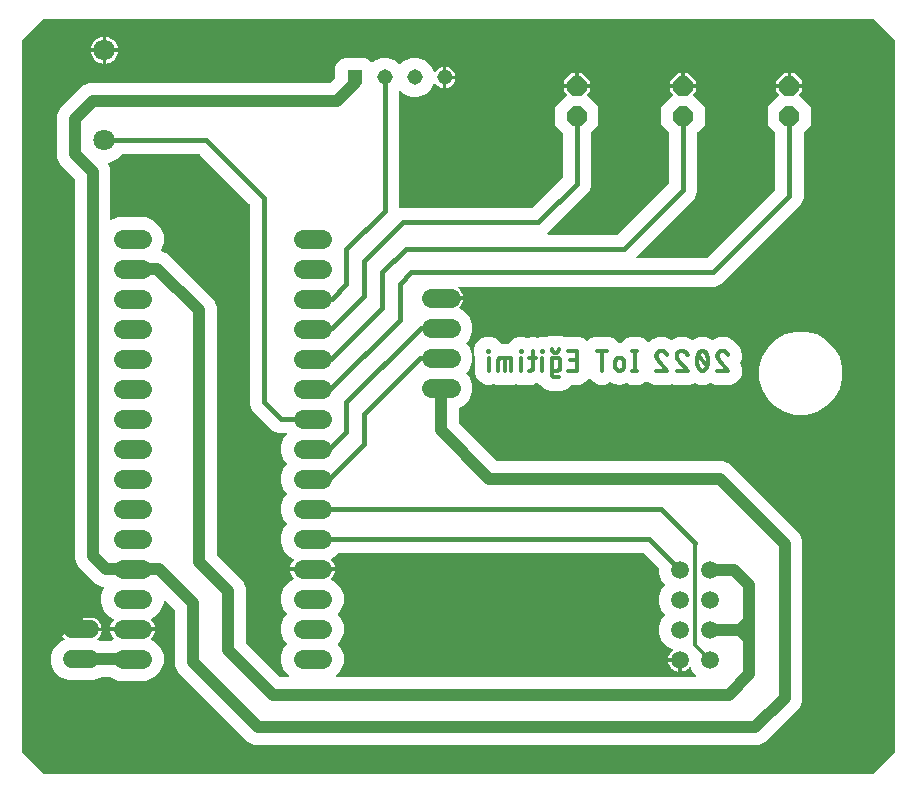
<source format=gbr>
G04 EAGLE Gerber RS-274X export*
G75*
%MOMM*%
%FSLAX34Y34*%
%LPD*%
%AMOC8*
5,1,8,0,0,1.08239X$1,22.5*%
G01*
%ADD10C,0.330200*%
%ADD11C,1.650000*%
%ADD12P,1.814519X8X112.500000*%
%ADD13C,1.800000*%
%ADD14C,1.508000*%
%ADD15R,1.308000X1.308000*%
%ADD16C,1.308000*%
%ADD17C,1.508000*%
%ADD18C,0.400000*%
%ADD19C,1.000000*%
%ADD20C,0.300000*%
%ADD21C,0.500000*%

G36*
X1251012Y270175D02*
X1251012Y270175D01*
X1251103Y270183D01*
X1251133Y270195D01*
X1251165Y270200D01*
X1251245Y270243D01*
X1251329Y270279D01*
X1251361Y270305D01*
X1251382Y270316D01*
X1251404Y270339D01*
X1251460Y270384D01*
X1269616Y288540D01*
X1269669Y288614D01*
X1269729Y288683D01*
X1269741Y288713D01*
X1269760Y288739D01*
X1269787Y288826D01*
X1269821Y288911D01*
X1269825Y288952D01*
X1269832Y288975D01*
X1269831Y289007D01*
X1269839Y289078D01*
X1269839Y890922D01*
X1269825Y891012D01*
X1269817Y891103D01*
X1269805Y891133D01*
X1269800Y891165D01*
X1269757Y891245D01*
X1269721Y891329D01*
X1269695Y891361D01*
X1269684Y891382D01*
X1269661Y891404D01*
X1269616Y891460D01*
X1251460Y909616D01*
X1251386Y909669D01*
X1251317Y909729D01*
X1251287Y909741D01*
X1251261Y909760D01*
X1251174Y909787D01*
X1251089Y909821D01*
X1251048Y909825D01*
X1251025Y909832D01*
X1250993Y909831D01*
X1250922Y909839D01*
X549078Y909839D01*
X548988Y909825D01*
X548897Y909817D01*
X548867Y909805D01*
X548835Y909800D01*
X548755Y909757D01*
X548671Y909721D01*
X548639Y909695D01*
X548618Y909684D01*
X548596Y909661D01*
X548540Y909616D01*
X530384Y891460D01*
X530331Y891386D01*
X530271Y891317D01*
X530259Y891287D01*
X530240Y891261D01*
X530213Y891174D01*
X530179Y891089D01*
X530175Y891048D01*
X530168Y891025D01*
X530169Y890993D01*
X530161Y890922D01*
X530161Y289078D01*
X530175Y288988D01*
X530183Y288897D01*
X530195Y288867D01*
X530200Y288835D01*
X530243Y288755D01*
X530279Y288671D01*
X530305Y288639D01*
X530316Y288618D01*
X530339Y288596D01*
X530384Y288540D01*
X548540Y270384D01*
X548614Y270331D01*
X548683Y270271D01*
X548713Y270259D01*
X548739Y270240D01*
X548826Y270213D01*
X548911Y270179D01*
X548952Y270175D01*
X548975Y270168D01*
X549007Y270169D01*
X549078Y270161D01*
X1250922Y270161D01*
X1251012Y270175D01*
G37*
%LPC*%
G36*
X727016Y294999D02*
X727016Y294999D01*
X721503Y297283D01*
X662283Y356503D01*
X659999Y362016D01*
X659999Y408471D01*
X659985Y408561D01*
X659977Y408652D01*
X659965Y408682D01*
X659960Y408714D01*
X659917Y408795D01*
X659881Y408878D01*
X659855Y408911D01*
X659844Y408931D01*
X659821Y408953D01*
X659776Y409009D01*
X651600Y417186D01*
X651542Y417227D01*
X651490Y417277D01*
X651443Y417299D01*
X651401Y417329D01*
X651332Y417350D01*
X651267Y417380D01*
X651215Y417386D01*
X651165Y417401D01*
X651094Y417400D01*
X651023Y417407D01*
X650972Y417396D01*
X650920Y417395D01*
X650852Y417370D01*
X650782Y417355D01*
X650737Y417328D01*
X650689Y417311D01*
X650633Y417266D01*
X650571Y417229D01*
X650537Y417189D01*
X650497Y417157D01*
X650458Y417097D01*
X650411Y417042D01*
X650392Y416994D01*
X650364Y416950D01*
X650346Y416881D01*
X650319Y416814D01*
X650311Y416743D01*
X650303Y416711D01*
X650305Y416688D01*
X650301Y416647D01*
X650301Y414770D01*
X647522Y408062D01*
X642388Y402928D01*
X639901Y401898D01*
X639862Y401873D01*
X639819Y401858D01*
X639758Y401809D01*
X639692Y401768D01*
X639663Y401733D01*
X639627Y401704D01*
X639585Y401639D01*
X639535Y401579D01*
X639519Y401536D01*
X639494Y401497D01*
X639475Y401422D01*
X639447Y401349D01*
X639445Y401303D01*
X639434Y401259D01*
X639440Y401181D01*
X639437Y401103D01*
X639450Y401059D01*
X639453Y401013D01*
X639484Y400942D01*
X639505Y400867D01*
X639532Y400829D01*
X639549Y400787D01*
X639635Y400680D01*
X639646Y400665D01*
X639650Y400662D01*
X639654Y400656D01*
X640281Y400030D01*
X641279Y398655D01*
X642050Y397142D01*
X642575Y395527D01*
X642734Y394523D01*
X624562Y394523D01*
X624542Y394520D01*
X624523Y394522D01*
X624421Y394500D01*
X624319Y394483D01*
X624302Y394474D01*
X624282Y394470D01*
X624193Y394417D01*
X624102Y394368D01*
X624088Y394354D01*
X624071Y394344D01*
X624004Y394265D01*
X623933Y394190D01*
X623924Y394172D01*
X623911Y394157D01*
X623873Y394061D01*
X623829Y393967D01*
X623827Y393947D01*
X623819Y393929D01*
X623801Y393762D01*
X623801Y392238D01*
X623804Y392218D01*
X623802Y392199D01*
X623824Y392097D01*
X623841Y391995D01*
X623850Y391978D01*
X623854Y391958D01*
X623907Y391869D01*
X623956Y391778D01*
X623970Y391764D01*
X623980Y391747D01*
X624059Y391680D01*
X624134Y391609D01*
X624152Y391600D01*
X624167Y391587D01*
X624263Y391548D01*
X624357Y391505D01*
X624377Y391503D01*
X624395Y391495D01*
X624562Y391477D01*
X642734Y391477D01*
X642575Y390473D01*
X642050Y388858D01*
X641279Y387345D01*
X640281Y385970D01*
X639654Y385344D01*
X639627Y385307D01*
X639594Y385276D01*
X639556Y385207D01*
X639511Y385144D01*
X639497Y385100D01*
X639475Y385060D01*
X639461Y384983D01*
X639438Y384909D01*
X639440Y384863D01*
X639431Y384818D01*
X639443Y384741D01*
X639445Y384663D01*
X639461Y384620D01*
X639467Y384575D01*
X639502Y384505D01*
X639529Y384432D01*
X639558Y384396D01*
X639579Y384355D01*
X639634Y384301D01*
X639683Y384240D01*
X639722Y384215D01*
X639754Y384183D01*
X639874Y384117D01*
X639890Y384107D01*
X639895Y384106D01*
X639901Y384102D01*
X642388Y383072D01*
X647522Y377938D01*
X650301Y371230D01*
X650301Y363970D01*
X647522Y357262D01*
X642388Y352128D01*
X635680Y349349D01*
X611920Y349349D01*
X605212Y352128D01*
X604963Y352376D01*
X604889Y352429D01*
X604820Y352489D01*
X604790Y352501D01*
X604764Y352520D01*
X604677Y352547D01*
X604592Y352581D01*
X604551Y352585D01*
X604528Y352592D01*
X604496Y352591D01*
X604425Y352599D01*
X598261Y352599D01*
X598171Y352585D01*
X598080Y352577D01*
X598050Y352565D01*
X598018Y352560D01*
X597937Y352517D01*
X597854Y352481D01*
X597821Y352455D01*
X597801Y352444D01*
X597779Y352421D01*
X597723Y352376D01*
X597676Y352330D01*
X591229Y349659D01*
X569171Y349659D01*
X562724Y352330D01*
X557790Y357264D01*
X555119Y363711D01*
X555119Y370689D01*
X557790Y377136D01*
X562724Y382070D01*
X566104Y383470D01*
X566193Y383526D01*
X566285Y383577D01*
X566297Y383590D01*
X566313Y383600D01*
X566380Y383681D01*
X566451Y383759D01*
X566458Y383775D01*
X566470Y383789D01*
X566507Y383888D01*
X566550Y383984D01*
X566551Y384002D01*
X566558Y384019D01*
X566562Y384124D01*
X566572Y384229D01*
X566568Y384247D01*
X566568Y384265D01*
X566539Y384366D01*
X566515Y384468D01*
X566505Y384484D01*
X566500Y384501D01*
X566440Y384587D01*
X566384Y384677D01*
X566368Y384691D01*
X566360Y384703D01*
X566334Y384722D01*
X566260Y384789D01*
X566093Y384911D01*
X564971Y386033D01*
X564038Y387317D01*
X563318Y388730D01*
X562827Y390239D01*
X562695Y391077D01*
X579438Y391077D01*
X579458Y391080D01*
X579477Y391078D01*
X579579Y391100D01*
X579681Y391117D01*
X579698Y391126D01*
X579718Y391130D01*
X579807Y391183D01*
X579898Y391232D01*
X579912Y391246D01*
X579929Y391256D01*
X579996Y391335D01*
X580067Y391410D01*
X580076Y391428D01*
X580089Y391443D01*
X580127Y391539D01*
X580171Y391633D01*
X580173Y391653D01*
X580181Y391671D01*
X580199Y391838D01*
X580199Y392601D01*
X580201Y392601D01*
X580201Y391838D01*
X580204Y391818D01*
X580202Y391799D01*
X580224Y391697D01*
X580241Y391595D01*
X580250Y391578D01*
X580254Y391558D01*
X580307Y391469D01*
X580356Y391378D01*
X580370Y391364D01*
X580380Y391347D01*
X580459Y391280D01*
X580534Y391209D01*
X580552Y391200D01*
X580567Y391187D01*
X580663Y391148D01*
X580757Y391105D01*
X580777Y391103D01*
X580795Y391095D01*
X580962Y391077D01*
X597705Y391077D01*
X597573Y390239D01*
X597082Y388730D01*
X596362Y387317D01*
X595429Y386033D01*
X594307Y384911D01*
X594140Y384789D01*
X594066Y384714D01*
X593989Y384644D01*
X593980Y384628D01*
X593967Y384615D01*
X593921Y384520D01*
X593870Y384428D01*
X593867Y384410D01*
X593859Y384394D01*
X593845Y384290D01*
X593826Y384186D01*
X593829Y384168D01*
X593827Y384150D01*
X593847Y384047D01*
X593862Y383943D01*
X593870Y383926D01*
X593874Y383909D01*
X593926Y383817D01*
X593974Y383723D01*
X593987Y383711D01*
X593996Y383695D01*
X594074Y383625D01*
X594149Y383551D01*
X594169Y383540D01*
X594179Y383531D01*
X594208Y383519D01*
X594296Y383470D01*
X596256Y382659D01*
X596319Y382644D01*
X596380Y382619D01*
X596463Y382610D01*
X596495Y382603D01*
X596514Y382604D01*
X596547Y382601D01*
X604425Y382601D01*
X604515Y382615D01*
X604606Y382623D01*
X604636Y382635D01*
X604668Y382640D01*
X604748Y382683D01*
X604832Y382719D01*
X604864Y382745D01*
X604885Y382756D01*
X604907Y382779D01*
X604963Y382824D01*
X605212Y383072D01*
X607699Y384102D01*
X607738Y384127D01*
X607781Y384142D01*
X607842Y384191D01*
X607908Y384232D01*
X607937Y384267D01*
X607973Y384296D01*
X608015Y384361D01*
X608065Y384421D01*
X608081Y384464D01*
X608106Y384503D01*
X608125Y384578D01*
X608153Y384651D01*
X608155Y384697D01*
X608166Y384741D01*
X608160Y384819D01*
X608163Y384897D01*
X608150Y384941D01*
X608147Y384987D01*
X608116Y385058D01*
X608095Y385133D01*
X608068Y385171D01*
X608051Y385213D01*
X607965Y385320D01*
X607954Y385335D01*
X607950Y385338D01*
X607946Y385344D01*
X607319Y385970D01*
X606321Y387345D01*
X605550Y388858D01*
X605025Y390473D01*
X604866Y391477D01*
X623038Y391477D01*
X623058Y391480D01*
X623077Y391478D01*
X623179Y391500D01*
X623281Y391517D01*
X623298Y391526D01*
X623318Y391530D01*
X623407Y391583D01*
X623498Y391632D01*
X623512Y391646D01*
X623529Y391656D01*
X623596Y391735D01*
X623667Y391810D01*
X623676Y391828D01*
X623689Y391843D01*
X623727Y391939D01*
X623771Y392033D01*
X623773Y392053D01*
X623781Y392071D01*
X623799Y392238D01*
X623799Y393762D01*
X623796Y393782D01*
X623798Y393801D01*
X623776Y393903D01*
X623759Y394005D01*
X623750Y394022D01*
X623746Y394042D01*
X623693Y394131D01*
X623644Y394222D01*
X623630Y394236D01*
X623620Y394253D01*
X623541Y394320D01*
X623466Y394391D01*
X623448Y394400D01*
X623433Y394413D01*
X623337Y394452D01*
X623243Y394495D01*
X623223Y394497D01*
X623205Y394505D01*
X623038Y394523D01*
X604866Y394523D01*
X605025Y395527D01*
X605550Y397142D01*
X606321Y398655D01*
X607319Y400030D01*
X607946Y400656D01*
X607973Y400693D01*
X608006Y400724D01*
X608044Y400793D01*
X608089Y400856D01*
X608103Y400900D01*
X608125Y400940D01*
X608139Y401017D01*
X608162Y401091D01*
X608160Y401137D01*
X608169Y401182D01*
X608157Y401259D01*
X608155Y401337D01*
X608139Y401380D01*
X608133Y401425D01*
X608098Y401495D01*
X608071Y401568D01*
X608042Y401604D01*
X608021Y401645D01*
X607966Y401699D01*
X607917Y401760D01*
X607878Y401785D01*
X607846Y401817D01*
X607726Y401883D01*
X607710Y401893D01*
X607705Y401894D01*
X607699Y401898D01*
X605212Y402928D01*
X600078Y408062D01*
X597299Y414770D01*
X597299Y422030D01*
X599667Y427747D01*
X599678Y427791D01*
X599697Y427833D01*
X599705Y427910D01*
X599723Y427986D01*
X599719Y428032D01*
X599724Y428077D01*
X599707Y428154D01*
X599700Y428231D01*
X599682Y428273D01*
X599672Y428318D01*
X599632Y428385D01*
X599600Y428456D01*
X599569Y428490D01*
X599546Y428529D01*
X599486Y428580D01*
X599434Y428637D01*
X599394Y428659D01*
X599359Y428689D01*
X599286Y428718D01*
X599218Y428755D01*
X599173Y428764D01*
X599131Y428781D01*
X598995Y428796D01*
X598976Y428799D01*
X598971Y428798D01*
X598964Y428799D01*
X598216Y428799D01*
X592703Y431083D01*
X577283Y446503D01*
X574999Y452016D01*
X574999Y773471D01*
X574985Y773561D01*
X574977Y773652D01*
X574965Y773682D01*
X574960Y773714D01*
X574917Y773795D01*
X574881Y773879D01*
X574855Y773911D01*
X574844Y773931D01*
X574821Y773953D01*
X574776Y774009D01*
X562283Y786503D01*
X559999Y792016D01*
X559999Y827984D01*
X562283Y833497D01*
X581503Y852717D01*
X587016Y855001D01*
X790371Y855001D01*
X790461Y855015D01*
X790552Y855023D01*
X790582Y855035D01*
X790614Y855040D01*
X790695Y855083D01*
X790779Y855119D01*
X790811Y855145D01*
X790831Y855156D01*
X790854Y855179D01*
X790909Y855224D01*
X795136Y859451D01*
X795189Y859524D01*
X795249Y859594D01*
X795261Y859624D01*
X795280Y859650D01*
X795307Y859737D01*
X795341Y859822D01*
X795345Y859863D01*
X795352Y859885D01*
X795351Y859918D01*
X795359Y859989D01*
X795359Y868529D01*
X796882Y872205D01*
X799695Y875018D01*
X803371Y876541D01*
X820429Y876541D01*
X824105Y875018D01*
X825977Y873146D01*
X825993Y873134D01*
X826006Y873119D01*
X826093Y873063D01*
X826177Y873002D01*
X826196Y872997D01*
X826213Y872986D01*
X826313Y872960D01*
X826412Y872930D01*
X826432Y872931D01*
X826451Y872926D01*
X826554Y872934D01*
X826658Y872936D01*
X826677Y872943D01*
X826697Y872945D01*
X826791Y872985D01*
X826889Y873021D01*
X826905Y873033D01*
X826923Y873041D01*
X827054Y873146D01*
X827930Y874023D01*
X834010Y876541D01*
X840590Y876541D01*
X846670Y874023D01*
X849462Y871230D01*
X849478Y871219D01*
X849490Y871203D01*
X849578Y871147D01*
X849661Y871087D01*
X849680Y871081D01*
X849697Y871070D01*
X849798Y871045D01*
X849897Y871015D01*
X849916Y871015D01*
X849936Y871010D01*
X850039Y871018D01*
X850142Y871021D01*
X850161Y871028D01*
X850181Y871029D01*
X850276Y871070D01*
X850373Y871105D01*
X850389Y871118D01*
X850407Y871126D01*
X850538Y871230D01*
X853330Y874023D01*
X859410Y876541D01*
X865990Y876541D01*
X872070Y874023D01*
X876723Y869370D01*
X878748Y864480D01*
X878811Y864379D01*
X878873Y864276D01*
X878876Y864274D01*
X878878Y864271D01*
X878971Y864194D01*
X879062Y864117D01*
X879065Y864116D01*
X879067Y864114D01*
X879180Y864071D01*
X879291Y864027D01*
X879294Y864027D01*
X879297Y864026D01*
X879416Y864021D01*
X879536Y864015D01*
X879539Y864016D01*
X879542Y864015D01*
X879657Y864049D01*
X879773Y864081D01*
X879776Y864083D01*
X879779Y864084D01*
X879877Y864152D01*
X879976Y864220D01*
X879979Y864223D01*
X879981Y864224D01*
X879987Y864233D01*
X880084Y864348D01*
X881047Y865789D01*
X882311Y867053D01*
X883799Y868047D01*
X885451Y868732D01*
X886577Y868956D01*
X886577Y860762D01*
X886580Y860742D01*
X886578Y860723D01*
X886600Y860621D01*
X886617Y860519D01*
X886626Y860502D01*
X886630Y860482D01*
X886683Y860393D01*
X886732Y860302D01*
X886746Y860288D01*
X886756Y860271D01*
X886835Y860204D01*
X886910Y860133D01*
X886928Y860124D01*
X886943Y860111D01*
X887039Y860073D01*
X887133Y860029D01*
X887153Y860027D01*
X887171Y860019D01*
X887338Y860001D01*
X888101Y860001D01*
X888101Y859999D01*
X887338Y859999D01*
X887318Y859996D01*
X887299Y859998D01*
X887197Y859976D01*
X887095Y859959D01*
X887078Y859950D01*
X887058Y859946D01*
X886969Y859893D01*
X886878Y859844D01*
X886864Y859830D01*
X886847Y859820D01*
X886780Y859741D01*
X886709Y859666D01*
X886700Y859648D01*
X886687Y859633D01*
X886648Y859537D01*
X886605Y859443D01*
X886603Y859423D01*
X886595Y859405D01*
X886577Y859238D01*
X886577Y851044D01*
X885451Y851268D01*
X883799Y851953D01*
X882311Y852947D01*
X881047Y854211D01*
X880084Y855652D01*
X880001Y855741D01*
X879921Y855828D01*
X879918Y855829D01*
X879916Y855831D01*
X879811Y855888D01*
X879706Y855946D01*
X879703Y855947D01*
X879700Y855948D01*
X879583Y855968D01*
X879464Y855990D01*
X879460Y855989D01*
X879457Y855990D01*
X879340Y855972D01*
X879220Y855954D01*
X879217Y855953D01*
X879214Y855952D01*
X879108Y855897D01*
X879001Y855843D01*
X878999Y855840D01*
X878996Y855839D01*
X878914Y855754D01*
X878829Y855667D01*
X878827Y855664D01*
X878825Y855662D01*
X878821Y855652D01*
X878748Y855520D01*
X876723Y850630D01*
X872070Y845977D01*
X865990Y843459D01*
X859410Y843459D01*
X853330Y845977D01*
X850600Y848708D01*
X850542Y848749D01*
X850490Y848799D01*
X850443Y848821D01*
X850401Y848851D01*
X850332Y848872D01*
X850267Y848902D01*
X850215Y848908D01*
X850165Y848924D01*
X850094Y848922D01*
X850023Y848930D01*
X849972Y848918D01*
X849920Y848917D01*
X849852Y848893D01*
X849782Y848877D01*
X849737Y848851D01*
X849689Y848833D01*
X849633Y848788D01*
X849571Y848751D01*
X849537Y848712D01*
X849497Y848679D01*
X849458Y848619D01*
X849411Y848564D01*
X849392Y848516D01*
X849364Y848472D01*
X849346Y848403D01*
X849319Y848336D01*
X849311Y848265D01*
X849303Y848234D01*
X849305Y848210D01*
X849301Y848169D01*
X849301Y750262D01*
X849304Y750242D01*
X849302Y750223D01*
X849324Y750121D01*
X849340Y750019D01*
X849350Y750002D01*
X849354Y749982D01*
X849407Y749893D01*
X849456Y749802D01*
X849470Y749788D01*
X849480Y749771D01*
X849559Y749704D01*
X849634Y749632D01*
X849652Y749624D01*
X849667Y749611D01*
X849763Y749572D01*
X849857Y749529D01*
X849877Y749527D01*
X849895Y749519D01*
X850062Y749501D01*
X962214Y749501D01*
X962304Y749515D01*
X962395Y749523D01*
X962425Y749535D01*
X962457Y749540D01*
X962537Y749583D01*
X962621Y749619D01*
X962653Y749645D01*
X962674Y749656D01*
X962696Y749679D01*
X962752Y749724D01*
X987776Y774748D01*
X987829Y774822D01*
X987889Y774891D01*
X987901Y774921D01*
X987920Y774948D01*
X987947Y775035D01*
X987981Y775119D01*
X987985Y775160D01*
X987992Y775183D01*
X987991Y775215D01*
X987999Y775286D01*
X987999Y812988D01*
X987985Y813078D01*
X987977Y813169D01*
X987965Y813199D01*
X987960Y813231D01*
X987917Y813312D01*
X987881Y813396D01*
X987855Y813428D01*
X987844Y813448D01*
X987821Y813471D01*
X987776Y813527D01*
X981617Y819686D01*
X981617Y834914D01*
X991440Y844737D01*
X991451Y844753D01*
X991467Y844765D01*
X991523Y844853D01*
X991583Y844936D01*
X991589Y844955D01*
X991600Y844972D01*
X991625Y845073D01*
X991656Y845172D01*
X991655Y845191D01*
X991660Y845211D01*
X991652Y845314D01*
X991649Y845417D01*
X991642Y845436D01*
X991641Y845456D01*
X991600Y845551D01*
X991565Y845648D01*
X991552Y845664D01*
X991544Y845682D01*
X991440Y845813D01*
X989077Y848176D01*
X989077Y851177D01*
X999238Y851177D01*
X999258Y851180D01*
X999277Y851178D01*
X999379Y851200D01*
X999481Y851217D01*
X999498Y851226D01*
X999518Y851230D01*
X999607Y851283D01*
X999698Y851332D01*
X999712Y851346D01*
X999729Y851356D01*
X999796Y851435D01*
X999867Y851510D01*
X999876Y851528D01*
X999889Y851543D01*
X999927Y851639D01*
X999971Y851733D01*
X999973Y851753D01*
X999981Y851771D01*
X999999Y851938D01*
X999999Y852701D01*
X1000001Y852701D01*
X1000001Y851938D01*
X1000004Y851918D01*
X1000002Y851899D01*
X1000024Y851797D01*
X1000041Y851695D01*
X1000050Y851678D01*
X1000054Y851658D01*
X1000107Y851569D01*
X1000156Y851478D01*
X1000170Y851464D01*
X1000180Y851447D01*
X1000259Y851380D01*
X1000334Y851309D01*
X1000352Y851300D01*
X1000367Y851287D01*
X1000463Y851248D01*
X1000557Y851205D01*
X1000577Y851203D01*
X1000595Y851195D01*
X1000762Y851177D01*
X1010923Y851177D01*
X1010923Y848176D01*
X1008560Y845813D01*
X1008549Y845797D01*
X1008533Y845785D01*
X1008477Y845697D01*
X1008417Y845614D01*
X1008411Y845595D01*
X1008400Y845578D01*
X1008375Y845477D01*
X1008344Y845378D01*
X1008345Y845359D01*
X1008340Y845339D01*
X1008348Y845236D01*
X1008351Y845133D01*
X1008358Y845114D01*
X1008359Y845094D01*
X1008400Y844999D01*
X1008435Y844902D01*
X1008448Y844886D01*
X1008456Y844868D01*
X1008560Y844737D01*
X1018383Y834914D01*
X1018383Y819686D01*
X1012224Y813527D01*
X1012171Y813453D01*
X1012111Y813383D01*
X1012099Y813353D01*
X1012080Y813327D01*
X1012053Y813240D01*
X1012019Y813155D01*
X1012015Y813114D01*
X1012008Y813092D01*
X1012009Y813060D01*
X1012001Y812988D01*
X1012001Y767613D01*
X1010174Y763202D01*
X980281Y733309D01*
X975272Y728300D01*
X975230Y728242D01*
X975181Y728190D01*
X975159Y728143D01*
X975128Y728101D01*
X975107Y728032D01*
X975077Y727967D01*
X975071Y727915D01*
X975056Y727865D01*
X975058Y727794D01*
X975050Y727723D01*
X975061Y727672D01*
X975062Y727620D01*
X975087Y727552D01*
X975102Y727482D01*
X975129Y727437D01*
X975147Y727389D01*
X975192Y727333D01*
X975228Y727271D01*
X975268Y727237D01*
X975300Y727197D01*
X975361Y727158D01*
X975415Y727111D01*
X975464Y727092D01*
X975507Y727064D01*
X975577Y727046D01*
X975643Y727019D01*
X975715Y727011D01*
X975746Y727003D01*
X975769Y727005D01*
X975810Y727001D01*
X1034714Y727001D01*
X1034804Y727015D01*
X1034895Y727023D01*
X1034925Y727035D01*
X1034957Y727040D01*
X1035037Y727083D01*
X1035121Y727119D01*
X1035153Y727145D01*
X1035174Y727156D01*
X1035196Y727179D01*
X1035252Y727224D01*
X1077776Y769748D01*
X1077829Y769822D01*
X1077889Y769891D01*
X1077901Y769921D01*
X1077920Y769948D01*
X1077947Y770035D01*
X1077981Y770119D01*
X1077985Y770160D01*
X1077992Y770183D01*
X1077991Y770215D01*
X1077999Y770286D01*
X1077999Y812988D01*
X1077985Y813078D01*
X1077977Y813169D01*
X1077965Y813199D01*
X1077960Y813231D01*
X1077917Y813312D01*
X1077881Y813396D01*
X1077855Y813428D01*
X1077844Y813448D01*
X1077821Y813471D01*
X1077776Y813527D01*
X1071617Y819686D01*
X1071617Y834914D01*
X1081440Y844737D01*
X1081451Y844753D01*
X1081467Y844765D01*
X1081523Y844853D01*
X1081583Y844936D01*
X1081589Y844955D01*
X1081600Y844972D01*
X1081625Y845073D01*
X1081656Y845172D01*
X1081655Y845191D01*
X1081660Y845211D01*
X1081652Y845314D01*
X1081649Y845417D01*
X1081642Y845436D01*
X1081641Y845456D01*
X1081600Y845551D01*
X1081565Y845648D01*
X1081552Y845664D01*
X1081544Y845682D01*
X1081440Y845813D01*
X1079077Y848176D01*
X1079077Y851177D01*
X1089238Y851177D01*
X1089258Y851180D01*
X1089277Y851178D01*
X1089379Y851200D01*
X1089481Y851217D01*
X1089498Y851226D01*
X1089518Y851230D01*
X1089607Y851283D01*
X1089698Y851332D01*
X1089712Y851346D01*
X1089729Y851356D01*
X1089796Y851435D01*
X1089867Y851510D01*
X1089876Y851528D01*
X1089889Y851543D01*
X1089927Y851639D01*
X1089971Y851733D01*
X1089973Y851753D01*
X1089981Y851771D01*
X1089999Y851938D01*
X1089999Y852701D01*
X1090001Y852701D01*
X1090001Y851938D01*
X1090004Y851918D01*
X1090002Y851899D01*
X1090024Y851797D01*
X1090041Y851695D01*
X1090050Y851678D01*
X1090054Y851658D01*
X1090107Y851569D01*
X1090156Y851478D01*
X1090170Y851464D01*
X1090180Y851447D01*
X1090259Y851380D01*
X1090334Y851309D01*
X1090352Y851300D01*
X1090367Y851287D01*
X1090463Y851248D01*
X1090557Y851205D01*
X1090577Y851203D01*
X1090595Y851195D01*
X1090762Y851177D01*
X1100923Y851177D01*
X1100923Y848176D01*
X1098560Y845813D01*
X1098549Y845797D01*
X1098533Y845785D01*
X1098477Y845697D01*
X1098417Y845614D01*
X1098411Y845595D01*
X1098400Y845578D01*
X1098375Y845477D01*
X1098344Y845378D01*
X1098345Y845359D01*
X1098340Y845339D01*
X1098348Y845236D01*
X1098351Y845133D01*
X1098358Y845114D01*
X1098359Y845094D01*
X1098400Y844999D01*
X1098435Y844902D01*
X1098448Y844886D01*
X1098456Y844868D01*
X1098560Y844737D01*
X1108383Y834914D01*
X1108383Y819686D01*
X1102224Y813527D01*
X1102171Y813453D01*
X1102111Y813383D01*
X1102099Y813353D01*
X1102080Y813327D01*
X1102053Y813240D01*
X1102019Y813155D01*
X1102015Y813114D01*
X1102008Y813092D01*
X1102009Y813060D01*
X1102001Y812988D01*
X1102001Y762613D01*
X1100174Y758202D01*
X1096691Y754719D01*
X1050272Y708300D01*
X1050230Y708242D01*
X1050181Y708190D01*
X1050159Y708143D01*
X1050128Y708101D01*
X1050107Y708032D01*
X1050077Y707967D01*
X1050071Y707915D01*
X1050056Y707865D01*
X1050058Y707794D01*
X1050050Y707723D01*
X1050061Y707672D01*
X1050062Y707620D01*
X1050087Y707552D01*
X1050102Y707482D01*
X1050129Y707437D01*
X1050147Y707389D01*
X1050192Y707333D01*
X1050228Y707271D01*
X1050268Y707237D01*
X1050300Y707197D01*
X1050361Y707158D01*
X1050415Y707111D01*
X1050464Y707092D01*
X1050507Y707064D01*
X1050577Y707046D01*
X1050643Y707019D01*
X1050715Y707011D01*
X1050746Y707003D01*
X1050769Y707005D01*
X1050810Y707001D01*
X1109714Y707001D01*
X1109804Y707015D01*
X1109895Y707023D01*
X1109925Y707035D01*
X1109957Y707040D01*
X1110037Y707083D01*
X1110121Y707119D01*
X1110153Y707145D01*
X1110174Y707156D01*
X1110196Y707179D01*
X1110252Y707224D01*
X1167776Y764748D01*
X1167829Y764822D01*
X1167889Y764891D01*
X1167901Y764921D01*
X1167920Y764948D01*
X1167947Y765035D01*
X1167981Y765119D01*
X1167985Y765160D01*
X1167992Y765183D01*
X1167991Y765215D01*
X1167999Y765286D01*
X1167999Y812988D01*
X1167985Y813078D01*
X1167977Y813169D01*
X1167965Y813199D01*
X1167960Y813231D01*
X1167917Y813312D01*
X1167881Y813396D01*
X1167855Y813428D01*
X1167844Y813448D01*
X1167821Y813471D01*
X1167776Y813527D01*
X1161617Y819686D01*
X1161617Y834914D01*
X1171440Y844737D01*
X1171451Y844753D01*
X1171467Y844765D01*
X1171523Y844853D01*
X1171583Y844936D01*
X1171589Y844955D01*
X1171600Y844972D01*
X1171625Y845073D01*
X1171656Y845172D01*
X1171655Y845191D01*
X1171660Y845211D01*
X1171652Y845314D01*
X1171649Y845417D01*
X1171642Y845436D01*
X1171641Y845456D01*
X1171600Y845551D01*
X1171565Y845648D01*
X1171552Y845664D01*
X1171544Y845682D01*
X1171440Y845813D01*
X1169077Y848176D01*
X1169077Y851177D01*
X1179238Y851177D01*
X1179258Y851180D01*
X1179277Y851178D01*
X1179379Y851200D01*
X1179481Y851217D01*
X1179498Y851226D01*
X1179518Y851230D01*
X1179607Y851283D01*
X1179698Y851332D01*
X1179712Y851346D01*
X1179729Y851356D01*
X1179796Y851435D01*
X1179867Y851510D01*
X1179876Y851528D01*
X1179889Y851543D01*
X1179927Y851639D01*
X1179971Y851733D01*
X1179973Y851753D01*
X1179981Y851771D01*
X1179999Y851938D01*
X1179999Y852701D01*
X1180001Y852701D01*
X1180001Y851938D01*
X1180004Y851918D01*
X1180002Y851899D01*
X1180024Y851797D01*
X1180041Y851695D01*
X1180050Y851678D01*
X1180054Y851658D01*
X1180107Y851569D01*
X1180156Y851478D01*
X1180170Y851464D01*
X1180180Y851447D01*
X1180259Y851380D01*
X1180334Y851309D01*
X1180352Y851300D01*
X1180367Y851287D01*
X1180463Y851248D01*
X1180557Y851205D01*
X1180577Y851203D01*
X1180595Y851195D01*
X1180762Y851177D01*
X1190923Y851177D01*
X1190923Y848176D01*
X1188560Y845813D01*
X1188549Y845797D01*
X1188533Y845785D01*
X1188477Y845697D01*
X1188417Y845614D01*
X1188411Y845595D01*
X1188400Y845578D01*
X1188375Y845477D01*
X1188344Y845378D01*
X1188345Y845359D01*
X1188340Y845339D01*
X1188348Y845236D01*
X1188351Y845133D01*
X1188358Y845114D01*
X1188359Y845094D01*
X1188400Y844999D01*
X1188435Y844902D01*
X1188448Y844886D01*
X1188456Y844868D01*
X1188560Y844737D01*
X1198383Y834914D01*
X1198383Y819686D01*
X1192224Y813527D01*
X1192171Y813453D01*
X1192111Y813383D01*
X1192099Y813353D01*
X1192080Y813327D01*
X1192053Y813240D01*
X1192019Y813155D01*
X1192015Y813114D01*
X1192008Y813092D01*
X1192009Y813060D01*
X1192001Y812988D01*
X1192001Y757613D01*
X1190174Y753202D01*
X1186691Y749719D01*
X1125281Y688309D01*
X1121798Y684826D01*
X1117387Y682999D01*
X900226Y682999D01*
X900218Y682998D01*
X900210Y682999D01*
X900097Y682978D01*
X899983Y682960D01*
X899976Y682956D01*
X899968Y682954D01*
X899868Y682898D01*
X899766Y682844D01*
X899760Y682839D01*
X899753Y682835D01*
X899676Y682750D01*
X899596Y682666D01*
X899593Y682659D01*
X899588Y682653D01*
X899541Y682547D01*
X899493Y682443D01*
X899492Y682435D01*
X899489Y682428D01*
X899478Y682313D01*
X899466Y682199D01*
X899467Y682191D01*
X899467Y682183D01*
X899494Y682070D01*
X899518Y681958D01*
X899522Y681951D01*
X899524Y681944D01*
X899585Y681845D01*
X899644Y681747D01*
X899650Y681742D01*
X899655Y681735D01*
X899779Y681622D01*
X900180Y681331D01*
X901381Y680130D01*
X902379Y678755D01*
X903150Y677242D01*
X903675Y675627D01*
X903834Y674623D01*
X885662Y674623D01*
X885642Y674620D01*
X885623Y674622D01*
X885521Y674600D01*
X885419Y674583D01*
X885402Y674574D01*
X885382Y674570D01*
X885293Y674517D01*
X885202Y674468D01*
X885188Y674454D01*
X885171Y674444D01*
X885104Y674365D01*
X885033Y674290D01*
X885024Y674272D01*
X885011Y674257D01*
X884973Y674161D01*
X884929Y674067D01*
X884927Y674047D01*
X884919Y674029D01*
X884901Y673862D01*
X884901Y672338D01*
X884904Y672318D01*
X884902Y672299D01*
X884924Y672197D01*
X884941Y672095D01*
X884950Y672078D01*
X884954Y672058D01*
X885007Y671969D01*
X885056Y671878D01*
X885070Y671864D01*
X885080Y671847D01*
X885159Y671780D01*
X885234Y671709D01*
X885252Y671700D01*
X885267Y671687D01*
X885363Y671648D01*
X885457Y671605D01*
X885477Y671603D01*
X885495Y671595D01*
X885662Y671577D01*
X903834Y671577D01*
X903675Y670573D01*
X903150Y668958D01*
X902379Y667445D01*
X901381Y666070D01*
X900754Y665444D01*
X900727Y665407D01*
X900694Y665376D01*
X900656Y665307D01*
X900611Y665244D01*
X900597Y665200D01*
X900575Y665160D01*
X900561Y665083D01*
X900538Y665009D01*
X900540Y664963D01*
X900531Y664918D01*
X900543Y664841D01*
X900545Y664763D01*
X900561Y664720D01*
X900567Y664675D01*
X900602Y664605D01*
X900629Y664532D01*
X900658Y664496D01*
X900679Y664455D01*
X900734Y664401D01*
X900783Y664340D01*
X900822Y664315D01*
X900854Y664283D01*
X900974Y664217D01*
X900990Y664207D01*
X900995Y664206D01*
X901001Y664202D01*
X903488Y663172D01*
X908622Y658038D01*
X911401Y651330D01*
X911401Y644070D01*
X908622Y637362D01*
X906799Y635538D01*
X906787Y635522D01*
X906772Y635510D01*
X906715Y635422D01*
X906655Y635339D01*
X906649Y635320D01*
X906639Y635303D01*
X906613Y635202D01*
X906583Y635103D01*
X906583Y635084D01*
X906578Y635064D01*
X906586Y634961D01*
X906589Y634858D01*
X906596Y634839D01*
X906598Y634819D01*
X906638Y634724D01*
X906674Y634627D01*
X906686Y634611D01*
X906694Y634593D01*
X906799Y634462D01*
X908622Y632638D01*
X911401Y625930D01*
X911401Y618670D01*
X908622Y611962D01*
X906799Y610138D01*
X906787Y610122D01*
X906772Y610110D01*
X906715Y610022D01*
X906655Y609939D01*
X906649Y609920D01*
X906639Y609903D01*
X906613Y609802D01*
X906583Y609703D01*
X906583Y609684D01*
X906578Y609664D01*
X906586Y609561D01*
X906589Y609458D01*
X906596Y609439D01*
X906598Y609419D01*
X906638Y609324D01*
X906674Y609227D01*
X906686Y609211D01*
X906694Y609193D01*
X906799Y609062D01*
X908622Y607238D01*
X911401Y600530D01*
X911401Y593270D01*
X908622Y586562D01*
X903488Y581428D01*
X900371Y580136D01*
X900271Y580075D01*
X900171Y580015D01*
X900167Y580010D01*
X900162Y580007D01*
X900087Y579917D01*
X900011Y579828D01*
X900009Y579822D01*
X900005Y579817D01*
X899963Y579709D01*
X899919Y579600D01*
X899918Y579592D01*
X899917Y579588D01*
X899916Y579569D01*
X899901Y579433D01*
X899901Y567629D01*
X899915Y567539D01*
X899923Y567448D01*
X899935Y567418D01*
X899940Y567386D01*
X899983Y567305D01*
X900019Y567222D01*
X900045Y567189D01*
X900056Y567169D01*
X900079Y567147D01*
X900124Y567091D01*
X931991Y535224D01*
X932064Y535171D01*
X932134Y535111D01*
X932164Y535099D01*
X932190Y535080D01*
X932277Y535053D01*
X932362Y535019D01*
X932403Y535015D01*
X932425Y535008D01*
X932458Y535009D01*
X932529Y535001D01*
X1123984Y535001D01*
X1129497Y532717D01*
X1188717Y473497D01*
X1191001Y467984D01*
X1191001Y332016D01*
X1188717Y326503D01*
X1159497Y297283D01*
X1153984Y294999D01*
X727016Y294999D01*
G37*
%LPD*%
G36*
X1100626Y352512D02*
X1100626Y352512D01*
X1100698Y352514D01*
X1100747Y352532D01*
X1100798Y352540D01*
X1100861Y352574D01*
X1100929Y352599D01*
X1100969Y352631D01*
X1101015Y352656D01*
X1101065Y352708D01*
X1101121Y352752D01*
X1101149Y352796D01*
X1101185Y352834D01*
X1101215Y352899D01*
X1101254Y352959D01*
X1101266Y353010D01*
X1101288Y353057D01*
X1101296Y353128D01*
X1101314Y353198D01*
X1101310Y353250D01*
X1101315Y353301D01*
X1101300Y353372D01*
X1101295Y353443D01*
X1101274Y353491D01*
X1101263Y353542D01*
X1101226Y353603D01*
X1101198Y353669D01*
X1101153Y353725D01*
X1101137Y353753D01*
X1101119Y353768D01*
X1101093Y353800D01*
X1097930Y356964D01*
X1096530Y360344D01*
X1096474Y360433D01*
X1096423Y360525D01*
X1096410Y360537D01*
X1096400Y360553D01*
X1096319Y360620D01*
X1096241Y360691D01*
X1096225Y360698D01*
X1096211Y360710D01*
X1096112Y360747D01*
X1096016Y360790D01*
X1095998Y360791D01*
X1095981Y360798D01*
X1095876Y360802D01*
X1095771Y360812D01*
X1095753Y360808D01*
X1095735Y360808D01*
X1095634Y360779D01*
X1095532Y360755D01*
X1095516Y360745D01*
X1095499Y360740D01*
X1095413Y360680D01*
X1095323Y360624D01*
X1095309Y360608D01*
X1095297Y360600D01*
X1095278Y360574D01*
X1095211Y360500D01*
X1095089Y360333D01*
X1093967Y359211D01*
X1092683Y358278D01*
X1091270Y357558D01*
X1089761Y357067D01*
X1088923Y356935D01*
X1088923Y366138D01*
X1088920Y366158D01*
X1088922Y366177D01*
X1088900Y366279D01*
X1088883Y366381D01*
X1088874Y366398D01*
X1088870Y366418D01*
X1088817Y366507D01*
X1088768Y366598D01*
X1088754Y366612D01*
X1088744Y366629D01*
X1088665Y366696D01*
X1088590Y366767D01*
X1088572Y366776D01*
X1088557Y366789D01*
X1088461Y366827D01*
X1088367Y366871D01*
X1088347Y366873D01*
X1088329Y366881D01*
X1088162Y366899D01*
X1087399Y366899D01*
X1087399Y367662D01*
X1087396Y367682D01*
X1087398Y367701D01*
X1087376Y367803D01*
X1087359Y367905D01*
X1087350Y367922D01*
X1087346Y367942D01*
X1087293Y368031D01*
X1087244Y368122D01*
X1087230Y368136D01*
X1087220Y368153D01*
X1087141Y368220D01*
X1087066Y368291D01*
X1087048Y368300D01*
X1087033Y368313D01*
X1086937Y368352D01*
X1086843Y368395D01*
X1086823Y368397D01*
X1086805Y368405D01*
X1086638Y368423D01*
X1077435Y368423D01*
X1077567Y369261D01*
X1078058Y370770D01*
X1078778Y372183D01*
X1079711Y373467D01*
X1080833Y374589D01*
X1081000Y374711D01*
X1081074Y374785D01*
X1081151Y374856D01*
X1081160Y374872D01*
X1081173Y374885D01*
X1081219Y374980D01*
X1081270Y375072D01*
X1081273Y375090D01*
X1081281Y375106D01*
X1081295Y375210D01*
X1081314Y375314D01*
X1081311Y375332D01*
X1081313Y375350D01*
X1081293Y375453D01*
X1081278Y375557D01*
X1081270Y375574D01*
X1081266Y375592D01*
X1081214Y375683D01*
X1081166Y375777D01*
X1081153Y375789D01*
X1081144Y375805D01*
X1081066Y375875D01*
X1080991Y375949D01*
X1080971Y375960D01*
X1080961Y375969D01*
X1080932Y375981D01*
X1080844Y376030D01*
X1077464Y377430D01*
X1072530Y382364D01*
X1069859Y388811D01*
X1069859Y395789D01*
X1072530Y402236D01*
X1074755Y404462D01*
X1074767Y404478D01*
X1074783Y404490D01*
X1074839Y404578D01*
X1074899Y404661D01*
X1074905Y404680D01*
X1074916Y404697D01*
X1074941Y404798D01*
X1074971Y404897D01*
X1074971Y404916D01*
X1074976Y404936D01*
X1074968Y405039D01*
X1074965Y405142D01*
X1074958Y405161D01*
X1074957Y405181D01*
X1074916Y405276D01*
X1074880Y405373D01*
X1074868Y405389D01*
X1074860Y405407D01*
X1074755Y405538D01*
X1072530Y407764D01*
X1069859Y414211D01*
X1069859Y421189D01*
X1072530Y427636D01*
X1074755Y429862D01*
X1074767Y429878D01*
X1074783Y429890D01*
X1074839Y429978D01*
X1074899Y430061D01*
X1074905Y430080D01*
X1074916Y430097D01*
X1074941Y430198D01*
X1074971Y430297D01*
X1074971Y430316D01*
X1074976Y430336D01*
X1074968Y430439D01*
X1074965Y430542D01*
X1074958Y430561D01*
X1074957Y430581D01*
X1074916Y430676D01*
X1074880Y430773D01*
X1074868Y430789D01*
X1074860Y430807D01*
X1074755Y430938D01*
X1072530Y433164D01*
X1069859Y439611D01*
X1069859Y443354D01*
X1069845Y443444D01*
X1069837Y443535D01*
X1069825Y443565D01*
X1069820Y443597D01*
X1069777Y443677D01*
X1069741Y443761D01*
X1069715Y443793D01*
X1069704Y443814D01*
X1069681Y443836D01*
X1069636Y443892D01*
X1056552Y456976D01*
X1056478Y457029D01*
X1056409Y457089D01*
X1056379Y457101D01*
X1056352Y457120D01*
X1056265Y457147D01*
X1056181Y457181D01*
X1056140Y457185D01*
X1056117Y457192D01*
X1056085Y457191D01*
X1056014Y457199D01*
X798575Y457199D01*
X798485Y457185D01*
X798394Y457177D01*
X798364Y457165D01*
X798332Y457160D01*
X798252Y457117D01*
X798168Y457081D01*
X798135Y457055D01*
X798115Y457044D01*
X798093Y457021D01*
X798037Y456976D01*
X794788Y453728D01*
X792301Y452698D01*
X792262Y452673D01*
X792219Y452658D01*
X792158Y452609D01*
X792092Y452568D01*
X792063Y452533D01*
X792027Y452504D01*
X791985Y452439D01*
X791935Y452379D01*
X791919Y452336D01*
X791894Y452297D01*
X791875Y452222D01*
X791847Y452149D01*
X791845Y452103D01*
X791834Y452059D01*
X791840Y451981D01*
X791837Y451903D01*
X791850Y451859D01*
X791853Y451813D01*
X791884Y451742D01*
X791905Y451667D01*
X791932Y451629D01*
X791949Y451587D01*
X792035Y451480D01*
X792046Y451465D01*
X792050Y451462D01*
X792054Y451456D01*
X792681Y450830D01*
X793679Y449455D01*
X794450Y447942D01*
X794975Y446327D01*
X795134Y445323D01*
X776962Y445323D01*
X776942Y445320D01*
X776923Y445322D01*
X776821Y445300D01*
X776719Y445283D01*
X776702Y445274D01*
X776682Y445270D01*
X776593Y445217D01*
X776502Y445168D01*
X776488Y445154D01*
X776471Y445144D01*
X776404Y445065D01*
X776333Y444990D01*
X776324Y444972D01*
X776311Y444957D01*
X776273Y444861D01*
X776229Y444767D01*
X776227Y444747D01*
X776219Y444729D01*
X776201Y444562D01*
X776201Y443038D01*
X776204Y443018D01*
X776202Y442999D01*
X776224Y442897D01*
X776241Y442795D01*
X776250Y442778D01*
X776254Y442758D01*
X776307Y442669D01*
X776356Y442578D01*
X776370Y442564D01*
X776380Y442547D01*
X776459Y442480D01*
X776534Y442409D01*
X776552Y442400D01*
X776567Y442387D01*
X776663Y442348D01*
X776757Y442305D01*
X776777Y442303D01*
X776795Y442295D01*
X776962Y442277D01*
X795134Y442277D01*
X794975Y441273D01*
X794450Y439658D01*
X793679Y438145D01*
X792681Y436770D01*
X792054Y436144D01*
X792027Y436107D01*
X791994Y436076D01*
X791956Y436007D01*
X791911Y435944D01*
X791897Y435900D01*
X791875Y435860D01*
X791861Y435783D01*
X791838Y435709D01*
X791840Y435663D01*
X791831Y435618D01*
X791843Y435541D01*
X791845Y435463D01*
X791861Y435420D01*
X791867Y435375D01*
X791902Y435305D01*
X791929Y435232D01*
X791958Y435196D01*
X791979Y435155D01*
X792034Y435101D01*
X792083Y435040D01*
X792122Y435015D01*
X792154Y434983D01*
X792274Y434917D01*
X792290Y434907D01*
X792295Y434906D01*
X792301Y434902D01*
X794788Y433872D01*
X799922Y428738D01*
X802701Y422030D01*
X802701Y414770D01*
X799922Y408062D01*
X798099Y406238D01*
X798087Y406222D01*
X798072Y406210D01*
X798015Y406122D01*
X797955Y406039D01*
X797949Y406020D01*
X797939Y406003D01*
X797913Y405902D01*
X797883Y405803D01*
X797883Y405784D01*
X797878Y405764D01*
X797886Y405661D01*
X797889Y405558D01*
X797896Y405539D01*
X797898Y405519D01*
X797938Y405424D01*
X797974Y405327D01*
X797986Y405311D01*
X797994Y405293D01*
X798099Y405162D01*
X799922Y403338D01*
X802701Y396630D01*
X802701Y389370D01*
X799922Y382662D01*
X798099Y380838D01*
X798087Y380822D01*
X798072Y380810D01*
X798015Y380722D01*
X797955Y380639D01*
X797949Y380620D01*
X797939Y380603D01*
X797913Y380502D01*
X797883Y380403D01*
X797883Y380384D01*
X797878Y380364D01*
X797886Y380261D01*
X797889Y380158D01*
X797896Y380139D01*
X797898Y380119D01*
X797938Y380024D01*
X797974Y379927D01*
X797986Y379911D01*
X797994Y379893D01*
X798099Y379762D01*
X799922Y377938D01*
X802701Y371230D01*
X802701Y363970D01*
X799922Y357262D01*
X796461Y353800D01*
X796419Y353742D01*
X796369Y353690D01*
X796348Y353643D01*
X796317Y353601D01*
X796296Y353532D01*
X796266Y353467D01*
X796260Y353415D01*
X796245Y353365D01*
X796247Y353294D01*
X796239Y353223D01*
X796250Y353172D01*
X796251Y353120D01*
X796276Y353052D01*
X796291Y352982D01*
X796318Y352937D01*
X796336Y352889D01*
X796380Y352833D01*
X796417Y352771D01*
X796457Y352737D01*
X796489Y352697D01*
X796550Y352658D01*
X796604Y352611D01*
X796652Y352592D01*
X796696Y352564D01*
X796766Y352546D01*
X796832Y352519D01*
X796904Y352511D01*
X796935Y352503D01*
X796958Y352505D01*
X796999Y352501D01*
X1100555Y352501D01*
X1100626Y352512D01*
G37*
G36*
X755472Y352512D02*
X755472Y352512D01*
X755543Y352514D01*
X755592Y352532D01*
X755644Y352540D01*
X755707Y352574D01*
X755774Y352599D01*
X755815Y352631D01*
X755861Y352656D01*
X755911Y352708D01*
X755967Y352752D01*
X755995Y352796D01*
X756031Y352834D01*
X756061Y352899D01*
X756100Y352959D01*
X756112Y353010D01*
X756134Y353057D01*
X756142Y353128D01*
X756160Y353198D01*
X756156Y353250D01*
X756161Y353301D01*
X756146Y353372D01*
X756140Y353443D01*
X756120Y353491D01*
X756109Y353542D01*
X756072Y353603D01*
X756044Y353669D01*
X755999Y353725D01*
X755983Y353753D01*
X755965Y353768D01*
X755939Y353800D01*
X752478Y357262D01*
X749699Y363970D01*
X749699Y371230D01*
X752478Y377938D01*
X754301Y379762D01*
X754313Y379778D01*
X754328Y379790D01*
X754385Y379878D01*
X754445Y379961D01*
X754451Y379980D01*
X754461Y379997D01*
X754487Y380098D01*
X754517Y380197D01*
X754517Y380216D01*
X754522Y380236D01*
X754514Y380339D01*
X754511Y380442D01*
X754504Y380461D01*
X754502Y380481D01*
X754462Y380576D01*
X754426Y380673D01*
X754414Y380689D01*
X754406Y380707D01*
X754301Y380838D01*
X752478Y382662D01*
X749699Y389370D01*
X749699Y396630D01*
X752478Y403338D01*
X754301Y405162D01*
X754313Y405178D01*
X754328Y405190D01*
X754385Y405278D01*
X754445Y405361D01*
X754451Y405380D01*
X754461Y405397D01*
X754487Y405498D01*
X754517Y405597D01*
X754517Y405616D01*
X754522Y405636D01*
X754514Y405739D01*
X754511Y405842D01*
X754504Y405861D01*
X754502Y405881D01*
X754462Y405976D01*
X754426Y406073D01*
X754414Y406089D01*
X754406Y406107D01*
X754301Y406238D01*
X752478Y408062D01*
X749699Y414770D01*
X749699Y422030D01*
X752478Y428738D01*
X757612Y433872D01*
X760099Y434902D01*
X760138Y434927D01*
X760181Y434942D01*
X760242Y434991D01*
X760308Y435032D01*
X760337Y435067D01*
X760373Y435096D01*
X760415Y435161D01*
X760465Y435221D01*
X760481Y435264D01*
X760506Y435303D01*
X760525Y435378D01*
X760553Y435451D01*
X760555Y435497D01*
X760566Y435541D01*
X760560Y435619D01*
X760563Y435697D01*
X760550Y435741D01*
X760547Y435787D01*
X760516Y435858D01*
X760495Y435933D01*
X760468Y435971D01*
X760451Y436013D01*
X760365Y436120D01*
X760354Y436135D01*
X760350Y436138D01*
X760346Y436144D01*
X759719Y436770D01*
X758721Y438145D01*
X757950Y439658D01*
X757425Y441273D01*
X757266Y442277D01*
X775438Y442277D01*
X775458Y442280D01*
X775477Y442278D01*
X775579Y442300D01*
X775681Y442317D01*
X775698Y442326D01*
X775718Y442330D01*
X775807Y442383D01*
X775898Y442432D01*
X775912Y442446D01*
X775929Y442456D01*
X775996Y442535D01*
X776067Y442610D01*
X776076Y442628D01*
X776089Y442643D01*
X776127Y442739D01*
X776171Y442833D01*
X776173Y442853D01*
X776181Y442871D01*
X776199Y443038D01*
X776199Y444562D01*
X776196Y444582D01*
X776198Y444601D01*
X776176Y444703D01*
X776159Y444805D01*
X776150Y444822D01*
X776146Y444842D01*
X776093Y444931D01*
X776044Y445022D01*
X776030Y445036D01*
X776020Y445053D01*
X775941Y445120D01*
X775866Y445191D01*
X775848Y445200D01*
X775833Y445213D01*
X775737Y445252D01*
X775643Y445295D01*
X775623Y445297D01*
X775605Y445305D01*
X775438Y445323D01*
X757266Y445323D01*
X757425Y446327D01*
X757950Y447942D01*
X758721Y449455D01*
X759719Y450830D01*
X760346Y451456D01*
X760373Y451493D01*
X760406Y451524D01*
X760444Y451593D01*
X760489Y451656D01*
X760503Y451700D01*
X760525Y451740D01*
X760539Y451817D01*
X760562Y451891D01*
X760560Y451937D01*
X760569Y451982D01*
X760557Y452059D01*
X760555Y452137D01*
X760539Y452180D01*
X760533Y452225D01*
X760498Y452295D01*
X760471Y452368D01*
X760442Y452404D01*
X760421Y452445D01*
X760366Y452499D01*
X760317Y452560D01*
X760278Y452585D01*
X760246Y452617D01*
X760126Y452683D01*
X760110Y452693D01*
X760105Y452694D01*
X760099Y452698D01*
X757612Y453728D01*
X752478Y458862D01*
X749699Y465570D01*
X749699Y472830D01*
X752478Y479538D01*
X754301Y481362D01*
X754313Y481378D01*
X754328Y481390D01*
X754385Y481478D01*
X754445Y481561D01*
X754451Y481580D01*
X754461Y481597D01*
X754487Y481698D01*
X754517Y481797D01*
X754517Y481816D01*
X754522Y481836D01*
X754514Y481939D01*
X754511Y482042D01*
X754504Y482061D01*
X754502Y482081D01*
X754462Y482176D01*
X754426Y482273D01*
X754414Y482289D01*
X754406Y482307D01*
X754301Y482438D01*
X752478Y484262D01*
X749699Y490970D01*
X749699Y498230D01*
X752478Y504938D01*
X754301Y506762D01*
X754313Y506778D01*
X754328Y506790D01*
X754385Y506878D01*
X754445Y506961D01*
X754451Y506980D01*
X754461Y506997D01*
X754487Y507098D01*
X754517Y507197D01*
X754517Y507216D01*
X754522Y507236D01*
X754514Y507339D01*
X754511Y507442D01*
X754504Y507461D01*
X754502Y507481D01*
X754462Y507576D01*
X754426Y507673D01*
X754414Y507689D01*
X754406Y507707D01*
X754301Y507838D01*
X752478Y509662D01*
X749699Y516370D01*
X749699Y523630D01*
X752478Y530338D01*
X754301Y532162D01*
X754313Y532178D01*
X754328Y532190D01*
X754385Y532278D01*
X754445Y532361D01*
X754451Y532380D01*
X754461Y532397D01*
X754487Y532498D01*
X754517Y532597D01*
X754517Y532616D01*
X754522Y532636D01*
X754514Y532739D01*
X754511Y532842D01*
X754504Y532861D01*
X754502Y532881D01*
X754462Y532976D01*
X754426Y533073D01*
X754414Y533089D01*
X754406Y533107D01*
X754301Y533238D01*
X752478Y535062D01*
X749699Y541770D01*
X749699Y549030D01*
X752478Y555738D01*
X754239Y557500D01*
X754281Y557558D01*
X754331Y557610D01*
X754352Y557657D01*
X754383Y557699D01*
X754404Y557768D01*
X754434Y557833D01*
X754440Y557885D01*
X754455Y557935D01*
X754453Y558006D01*
X754461Y558077D01*
X754450Y558128D01*
X754449Y558180D01*
X754424Y558248D01*
X754409Y558318D01*
X754382Y558363D01*
X754364Y558411D01*
X754320Y558467D01*
X754283Y558529D01*
X754243Y558563D01*
X754211Y558603D01*
X754150Y558642D01*
X754096Y558689D01*
X754048Y558708D01*
X754004Y558736D01*
X753934Y558754D01*
X753868Y558781D01*
X753796Y558789D01*
X753765Y558797D01*
X753742Y558795D01*
X753701Y558799D01*
X746813Y558799D01*
X742402Y560626D01*
X724826Y578202D01*
X722999Y582613D01*
X722999Y752414D01*
X722985Y752504D01*
X722977Y752595D01*
X722965Y752625D01*
X722960Y752657D01*
X722917Y752737D01*
X722881Y752821D01*
X722855Y752853D01*
X722844Y752874D01*
X722821Y752896D01*
X722776Y752952D01*
X681052Y794676D01*
X680978Y794729D01*
X680909Y794789D01*
X680879Y794801D01*
X680852Y794820D01*
X680765Y794847D01*
X680681Y794881D01*
X680640Y794885D01*
X680617Y794892D01*
X680585Y794891D01*
X680514Y794899D01*
X615186Y794899D01*
X615096Y794885D01*
X615005Y794877D01*
X614975Y794865D01*
X614943Y794860D01*
X614862Y794817D01*
X614778Y794781D01*
X614746Y794755D01*
X614726Y794744D01*
X614703Y794721D01*
X614647Y794676D01*
X610763Y790792D01*
X603787Y787903D01*
X603770Y787892D01*
X603751Y787886D01*
X603666Y787827D01*
X603578Y787773D01*
X603566Y787758D01*
X603549Y787746D01*
X603487Y787663D01*
X603421Y787583D01*
X603414Y787565D01*
X603402Y787549D01*
X603370Y787450D01*
X603333Y787354D01*
X603332Y787334D01*
X603326Y787315D01*
X603327Y787211D01*
X603323Y787108D01*
X603328Y787089D01*
X603329Y787069D01*
X603375Y786908D01*
X605001Y782984D01*
X605001Y739724D01*
X605008Y739679D01*
X605006Y739633D01*
X605028Y739558D01*
X605040Y739481D01*
X605062Y739441D01*
X605075Y739397D01*
X605119Y739333D01*
X605156Y739264D01*
X605189Y739232D01*
X605215Y739195D01*
X605278Y739148D01*
X605334Y739095D01*
X605376Y739075D01*
X605412Y739048D01*
X605486Y739024D01*
X605557Y738991D01*
X605603Y738986D01*
X605646Y738972D01*
X605724Y738972D01*
X605801Y738964D01*
X605846Y738974D01*
X605892Y738974D01*
X606024Y739012D01*
X606042Y739016D01*
X606046Y739019D01*
X606053Y739021D01*
X611920Y741451D01*
X635680Y741451D01*
X642388Y738672D01*
X647522Y733538D01*
X650301Y726830D01*
X650301Y719570D01*
X647860Y713676D01*
X647855Y713657D01*
X647845Y713639D01*
X647827Y713537D01*
X647803Y713437D01*
X647805Y713417D01*
X647802Y713397D01*
X647817Y713295D01*
X647826Y713192D01*
X647835Y713174D01*
X647837Y713154D01*
X647884Y713062D01*
X647926Y712967D01*
X647940Y712952D01*
X647949Y712935D01*
X648023Y712862D01*
X648093Y712786D01*
X648110Y712776D01*
X648125Y712762D01*
X648272Y712682D01*
X653497Y710517D01*
X692717Y671297D01*
X695001Y665784D01*
X695001Y456529D01*
X695015Y456439D01*
X695023Y456348D01*
X695035Y456318D01*
X695040Y456286D01*
X695083Y456205D01*
X695119Y456122D01*
X695145Y456089D01*
X695156Y456069D01*
X695179Y456047D01*
X695224Y455991D01*
X717717Y433497D01*
X720001Y427984D01*
X720001Y381529D01*
X720015Y381439D01*
X720023Y381348D01*
X720035Y381318D01*
X720040Y381286D01*
X720083Y381205D01*
X720119Y381122D01*
X720145Y381089D01*
X720156Y381069D01*
X720179Y381047D01*
X720224Y380991D01*
X748491Y352724D01*
X748564Y352671D01*
X748634Y352611D01*
X748664Y352599D01*
X748690Y352580D01*
X748777Y352553D01*
X748862Y352519D01*
X748903Y352515D01*
X748925Y352508D01*
X748958Y352509D01*
X749029Y352501D01*
X755401Y352501D01*
X755472Y352512D01*
G37*
%LPC*%
G36*
X978580Y594433D02*
X978580Y594433D01*
X973275Y596631D01*
X970129Y599776D01*
X970055Y599829D01*
X969986Y599889D01*
X969956Y599901D01*
X969930Y599920D01*
X969843Y599947D01*
X969758Y599981D01*
X969717Y599985D01*
X969695Y599992D01*
X969662Y599991D01*
X969591Y599999D01*
X968443Y599999D01*
X966184Y600935D01*
X966095Y600956D01*
X966008Y600984D01*
X965976Y600984D01*
X965944Y600991D01*
X965853Y600983D01*
X965762Y600982D01*
X965723Y600971D01*
X965699Y600968D01*
X965670Y600955D01*
X965601Y600935D01*
X963341Y599999D01*
X957225Y599999D01*
X956531Y600287D01*
X956442Y600308D01*
X956355Y600336D01*
X956322Y600336D01*
X956291Y600343D01*
X956200Y600334D01*
X956109Y600334D01*
X956069Y600322D01*
X956046Y600320D01*
X956017Y600307D01*
X955948Y600287D01*
X955254Y599999D01*
X950618Y599999D01*
X949110Y600624D01*
X949022Y600645D01*
X948935Y600673D01*
X948902Y600673D01*
X948871Y600680D01*
X948780Y600672D01*
X948689Y600671D01*
X948649Y600659D01*
X948626Y600657D01*
X948597Y600644D01*
X948528Y600624D01*
X947020Y599999D01*
X942384Y599999D01*
X942210Y600071D01*
X942122Y600092D01*
X942035Y600120D01*
X942002Y600120D01*
X941971Y600128D01*
X941880Y600119D01*
X941789Y600118D01*
X941749Y600107D01*
X941726Y600104D01*
X941697Y600091D01*
X941628Y600071D01*
X941454Y599999D01*
X936818Y599999D01*
X936644Y600071D01*
X936555Y600092D01*
X936469Y600120D01*
X936436Y600120D01*
X936405Y600128D01*
X936314Y600119D01*
X936223Y600118D01*
X936183Y600107D01*
X936160Y600104D01*
X936131Y600091D01*
X936062Y600071D01*
X935888Y599999D01*
X931252Y599999D01*
X929744Y600624D01*
X929656Y600645D01*
X929569Y600673D01*
X929536Y600673D01*
X929505Y600680D01*
X929414Y600672D01*
X929323Y600671D01*
X929283Y600659D01*
X929260Y600657D01*
X929231Y600644D01*
X929162Y600624D01*
X927654Y599999D01*
X923018Y599999D01*
X918736Y601773D01*
X915458Y605051D01*
X913684Y609333D01*
X913684Y623832D01*
X913674Y623897D01*
X913673Y623963D01*
X913650Y624043D01*
X913645Y624075D01*
X913635Y624092D01*
X913626Y624124D01*
X913220Y625104D01*
X913220Y630667D01*
X914994Y634949D01*
X918272Y638227D01*
X922555Y640001D01*
X928118Y640001D01*
X932400Y638227D01*
X935678Y634949D01*
X935696Y634905D01*
X935758Y634806D01*
X935818Y634705D01*
X935822Y634701D01*
X935826Y634696D01*
X935915Y634622D01*
X936005Y634545D01*
X936010Y634543D01*
X936015Y634539D01*
X936123Y634497D01*
X936233Y634453D01*
X936240Y634452D01*
X936245Y634451D01*
X936263Y634450D01*
X936399Y634435D01*
X941873Y634435D01*
X941987Y634453D01*
X942104Y634471D01*
X942109Y634473D01*
X942115Y634474D01*
X942218Y634529D01*
X942323Y634582D01*
X942327Y634587D01*
X942333Y634590D01*
X942413Y634674D01*
X942495Y634758D01*
X942499Y634764D01*
X942502Y634768D01*
X942510Y634785D01*
X942576Y634905D01*
X942594Y634949D01*
X945872Y638227D01*
X950154Y640001D01*
X955717Y640001D01*
X958035Y639041D01*
X958124Y639020D01*
X958211Y638992D01*
X958243Y638992D01*
X958275Y638985D01*
X958365Y638993D01*
X958457Y638994D01*
X958496Y639005D01*
X958519Y639008D01*
X958549Y639021D01*
X958618Y639041D01*
X960935Y640001D01*
X965571Y640001D01*
X966484Y639623D01*
X966572Y639602D01*
X966659Y639573D01*
X966692Y639574D01*
X966723Y639566D01*
X966814Y639575D01*
X966905Y639576D01*
X966945Y639587D01*
X966968Y639589D01*
X966997Y639603D01*
X967066Y639623D01*
X967979Y640001D01*
X973304Y640001D01*
X973368Y640011D01*
X973434Y640012D01*
X973514Y640035D01*
X973547Y640040D01*
X973564Y640050D01*
X973595Y640059D01*
X976815Y641392D01*
X981450Y641392D01*
X981624Y641320D01*
X981713Y641299D01*
X981800Y641271D01*
X981832Y641271D01*
X981863Y641264D01*
X981954Y641273D01*
X982045Y641273D01*
X982085Y641285D01*
X982108Y641287D01*
X982138Y641300D01*
X982207Y641320D01*
X982381Y641392D01*
X987016Y641392D01*
X990235Y640059D01*
X990299Y640044D01*
X990360Y640019D01*
X990443Y640010D01*
X990475Y640003D01*
X990494Y640004D01*
X990527Y640001D01*
X1002391Y640001D01*
X1006674Y638227D01*
X1007860Y637041D01*
X1007876Y637029D01*
X1007888Y637014D01*
X1007976Y636958D01*
X1008060Y636897D01*
X1008079Y636892D01*
X1008095Y636881D01*
X1008196Y636855D01*
X1008295Y636825D01*
X1008315Y636826D01*
X1008334Y636821D01*
X1008437Y636829D01*
X1008541Y636831D01*
X1008559Y636838D01*
X1008579Y636840D01*
X1008674Y636880D01*
X1008772Y636916D01*
X1008787Y636928D01*
X1008805Y636936D01*
X1008936Y637041D01*
X1010122Y638227D01*
X1014405Y640001D01*
X1028317Y640001D01*
X1032599Y638227D01*
X1035757Y635069D01*
X1035801Y635038D01*
X1035838Y634999D01*
X1035900Y634966D01*
X1035957Y634925D01*
X1036008Y634910D01*
X1036056Y634885D01*
X1036125Y634874D01*
X1036138Y634870D01*
X1036141Y634868D01*
X1036143Y634868D01*
X1036192Y634853D01*
X1036208Y634853D01*
X1036363Y634818D01*
X1036550Y634775D01*
X1036603Y634772D01*
X1036655Y634759D01*
X1036725Y634764D01*
X1036795Y634760D01*
X1036847Y634774D01*
X1036900Y634778D01*
X1036965Y634805D01*
X1037033Y634824D01*
X1037077Y634853D01*
X1037127Y634874D01*
X1037213Y634944D01*
X1037238Y634960D01*
X1037244Y634969D01*
X1037258Y634979D01*
X1040505Y638227D01*
X1044788Y640001D01*
X1053134Y640001D01*
X1057416Y638227D01*
X1059754Y635889D01*
X1059770Y635878D01*
X1059782Y635862D01*
X1059870Y635806D01*
X1059953Y635746D01*
X1059972Y635740D01*
X1059989Y635729D01*
X1060090Y635704D01*
X1060188Y635674D01*
X1060208Y635674D01*
X1060228Y635669D01*
X1060331Y635677D01*
X1060434Y635680D01*
X1060453Y635687D01*
X1060473Y635688D01*
X1060568Y635729D01*
X1060665Y635764D01*
X1060681Y635777D01*
X1060699Y635785D01*
X1060830Y635889D01*
X1062532Y637591D01*
X1068349Y640001D01*
X1075116Y640001D01*
X1079867Y637884D01*
X1079965Y637858D01*
X1080061Y637827D01*
X1080084Y637827D01*
X1080105Y637821D01*
X1080206Y637828D01*
X1080307Y637829D01*
X1080334Y637837D01*
X1080351Y637838D01*
X1080381Y637850D01*
X1080469Y637876D01*
X1085599Y640001D01*
X1092366Y640001D01*
X1097482Y637721D01*
X1097587Y637693D01*
X1097692Y637662D01*
X1097706Y637662D01*
X1097720Y637659D01*
X1097829Y637666D01*
X1097938Y637669D01*
X1097954Y637674D01*
X1097965Y637675D01*
X1097992Y637686D01*
X1098098Y637719D01*
X1103297Y640001D01*
X1109625Y640001D01*
X1114413Y637899D01*
X1114490Y637880D01*
X1114531Y637863D01*
X1114553Y637861D01*
X1114604Y637844D01*
X1114628Y637844D01*
X1114652Y637838D01*
X1114737Y637844D01*
X1114742Y637844D01*
X1114746Y637845D01*
X1114750Y637845D01*
X1114850Y637846D01*
X1114879Y637855D01*
X1114897Y637856D01*
X1114927Y637869D01*
X1114974Y637883D01*
X1114985Y637884D01*
X1114990Y637887D01*
X1115011Y637893D01*
X1120099Y640001D01*
X1126866Y640001D01*
X1133479Y637054D01*
X1138319Y631672D01*
X1139434Y628228D01*
X1140148Y626023D01*
X1139780Y621403D01*
X1138361Y618625D01*
X1138324Y618509D01*
X1138287Y618395D01*
X1138287Y618393D01*
X1138286Y618391D01*
X1138288Y618267D01*
X1138289Y618149D01*
X1138290Y618147D01*
X1138290Y618145D01*
X1138292Y618138D01*
X1138336Y617988D01*
X1138367Y617912D01*
X1138386Y617883D01*
X1138397Y617850D01*
X1138491Y617711D01*
X1138728Y617431D01*
X1139285Y615704D01*
X1139295Y615684D01*
X1139306Y615646D01*
X1140001Y613969D01*
X1140001Y613602D01*
X1140006Y613568D01*
X1140004Y613533D01*
X1140037Y613368D01*
X1140150Y613019D01*
X1140003Y611210D01*
X1140005Y611188D01*
X1140001Y611149D01*
X1140001Y609333D01*
X1139860Y608995D01*
X1139852Y608961D01*
X1139837Y608929D01*
X1139805Y608765D01*
X1139775Y608399D01*
X1138947Y606784D01*
X1138941Y606762D01*
X1138922Y606728D01*
X1138227Y605051D01*
X1137968Y604791D01*
X1137947Y604763D01*
X1137921Y604740D01*
X1137828Y604600D01*
X1137661Y604274D01*
X1136278Y603099D01*
X1136263Y603081D01*
X1136233Y603057D01*
X1134949Y601773D01*
X1134610Y601633D01*
X1134581Y601614D01*
X1134548Y601603D01*
X1134409Y601509D01*
X1134129Y601272D01*
X1132402Y600715D01*
X1132382Y600705D01*
X1132344Y600694D01*
X1130667Y599999D01*
X1130300Y599999D01*
X1130266Y599994D01*
X1130231Y599996D01*
X1130066Y599963D01*
X1129717Y599850D01*
X1127908Y599997D01*
X1127886Y599995D01*
X1127847Y599999D01*
X1116755Y599999D01*
X1113387Y601394D01*
X1113290Y601417D01*
X1113196Y601446D01*
X1113171Y601445D01*
X1113147Y601450D01*
X1113049Y601441D01*
X1112950Y601438D01*
X1112921Y601429D01*
X1112902Y601427D01*
X1112872Y601414D01*
X1112790Y601388D01*
X1109625Y599999D01*
X1103297Y599999D01*
X1100327Y601303D01*
X1100234Y601326D01*
X1100145Y601357D01*
X1100116Y601357D01*
X1100088Y601364D01*
X1099994Y601357D01*
X1099899Y601357D01*
X1099871Y601348D01*
X1099843Y601346D01*
X1099782Y601320D01*
X1099773Y601319D01*
X1097902Y600715D01*
X1097882Y600705D01*
X1097844Y600694D01*
X1096167Y599999D01*
X1095800Y599999D01*
X1095766Y599994D01*
X1095731Y599996D01*
X1095566Y599963D01*
X1095218Y599850D01*
X1093408Y599997D01*
X1093386Y599995D01*
X1093347Y599999D01*
X1082255Y599999D01*
X1080877Y600570D01*
X1080788Y600591D01*
X1080702Y600619D01*
X1080669Y600619D01*
X1080638Y600626D01*
X1080547Y600618D01*
X1080456Y600617D01*
X1080416Y600605D01*
X1080393Y600603D01*
X1080363Y600590D01*
X1080294Y600570D01*
X1078917Y599999D01*
X1078550Y599999D01*
X1078516Y599994D01*
X1078481Y599996D01*
X1078317Y599963D01*
X1077968Y599850D01*
X1076158Y599997D01*
X1076136Y599995D01*
X1076097Y599999D01*
X1065005Y599999D01*
X1060722Y601773D01*
X1059608Y602888D01*
X1059591Y602899D01*
X1059579Y602915D01*
X1059492Y602971D01*
X1059408Y603031D01*
X1059389Y603037D01*
X1059372Y603048D01*
X1059271Y603073D01*
X1059173Y603104D01*
X1059153Y603103D01*
X1059133Y603108D01*
X1059031Y603100D01*
X1058927Y603097D01*
X1058908Y603090D01*
X1058888Y603089D01*
X1058793Y603049D01*
X1058696Y603013D01*
X1058680Y603000D01*
X1058662Y602993D01*
X1058531Y602888D01*
X1057416Y601773D01*
X1053134Y599999D01*
X1044788Y599999D01*
X1042615Y600899D01*
X1042588Y600905D01*
X1042564Y600918D01*
X1042469Y600933D01*
X1042376Y600955D01*
X1042348Y600953D01*
X1042321Y600957D01*
X1042155Y600938D01*
X1036311Y599604D01*
X1035613Y599763D01*
X1035613Y599764D01*
X1032278Y600525D01*
X1032277Y600525D01*
X1029474Y601165D01*
X1028806Y601698D01*
X1028741Y601734D01*
X1028681Y601779D01*
X1028634Y601794D01*
X1028591Y601818D01*
X1028518Y601832D01*
X1028447Y601855D01*
X1028398Y601854D01*
X1028349Y601863D01*
X1028275Y601853D01*
X1028201Y601852D01*
X1028137Y601834D01*
X1028106Y601830D01*
X1028083Y601818D01*
X1028040Y601806D01*
X1023679Y599999D01*
X1019043Y599999D01*
X1014761Y601773D01*
X1011483Y605051D01*
X1011421Y605201D01*
X1011383Y605262D01*
X1011354Y605328D01*
X1011318Y605366D01*
X1011291Y605410D01*
X1011236Y605456D01*
X1011187Y605509D01*
X1011142Y605534D01*
X1011102Y605567D01*
X1011035Y605593D01*
X1010972Y605627D01*
X1010921Y605637D01*
X1010872Y605655D01*
X1010800Y605658D01*
X1010730Y605671D01*
X1010678Y605664D01*
X1010626Y605666D01*
X1010557Y605646D01*
X1010486Y605635D01*
X1010440Y605612D01*
X1010390Y605597D01*
X1010331Y605556D01*
X1010267Y605524D01*
X1010231Y605487D01*
X1010188Y605457D01*
X1010145Y605399D01*
X1010095Y605348D01*
X1010060Y605286D01*
X1010041Y605260D01*
X1010034Y605237D01*
X1010014Y605201D01*
X1009952Y605051D01*
X1006674Y601773D01*
X1002391Y599999D01*
X995762Y599999D01*
X995647Y599981D01*
X995531Y599963D01*
X995525Y599961D01*
X995519Y599960D01*
X995416Y599905D01*
X995312Y599852D01*
X995307Y599847D01*
X995302Y599844D01*
X995221Y599760D01*
X995139Y599676D01*
X995136Y599670D01*
X995132Y599666D01*
X995124Y599649D01*
X995058Y599529D01*
X995040Y599485D01*
X991762Y596207D01*
X987480Y594433D01*
X978580Y594433D01*
G37*
%LPD*%
%LPC*%
G36*
X1185071Y574439D02*
X1185071Y574439D01*
X1176128Y576835D01*
X1168111Y581464D01*
X1161564Y588011D01*
X1156935Y596028D01*
X1154539Y604971D01*
X1154539Y614229D01*
X1156935Y623172D01*
X1161564Y631189D01*
X1168111Y637736D01*
X1176128Y642365D01*
X1185071Y644761D01*
X1194329Y644761D01*
X1203272Y642365D01*
X1211289Y637736D01*
X1217836Y631189D01*
X1222465Y623172D01*
X1224861Y614229D01*
X1224861Y604971D01*
X1222465Y596028D01*
X1217836Y588011D01*
X1211289Y581464D01*
X1203272Y576835D01*
X1194329Y574439D01*
X1185071Y574439D01*
G37*
%LPD*%
%LPC*%
G36*
X581723Y394123D02*
X581723Y394123D01*
X581723Y402681D01*
X588533Y402681D01*
X590101Y402433D01*
X591610Y401942D01*
X593023Y401222D01*
X594307Y400289D01*
X595429Y399167D01*
X596362Y397883D01*
X597082Y396470D01*
X597573Y394961D01*
X597705Y394123D01*
X581723Y394123D01*
G37*
%LPD*%
%LPC*%
G36*
X562695Y394123D02*
X562695Y394123D01*
X562827Y394961D01*
X563318Y396470D01*
X564038Y397883D01*
X564971Y399167D01*
X566093Y400289D01*
X567377Y401222D01*
X568790Y401942D01*
X570299Y402433D01*
X571867Y402681D01*
X578677Y402681D01*
X578677Y394123D01*
X562695Y394123D01*
G37*
%LPD*%
%LPC*%
G36*
X601523Y884623D02*
X601523Y884623D01*
X601523Y894543D01*
X602702Y894357D01*
X604430Y893795D01*
X606049Y892971D01*
X607518Y891903D01*
X608803Y890618D01*
X609871Y889149D01*
X610695Y887530D01*
X611257Y885802D01*
X611443Y884623D01*
X601523Y884623D01*
G37*
%LPD*%
%LPC*%
G36*
X588557Y884623D02*
X588557Y884623D01*
X588743Y885802D01*
X589305Y887530D01*
X590129Y889149D01*
X591197Y890618D01*
X592482Y891903D01*
X593951Y892971D01*
X595570Y893795D01*
X597298Y894357D01*
X598477Y894543D01*
X598477Y884623D01*
X588557Y884623D01*
G37*
%LPD*%
%LPC*%
G36*
X601523Y881577D02*
X601523Y881577D01*
X611443Y881577D01*
X611257Y880398D01*
X610695Y878670D01*
X609871Y877051D01*
X608803Y875582D01*
X607518Y874297D01*
X606049Y873229D01*
X604430Y872405D01*
X602702Y871843D01*
X601523Y871657D01*
X601523Y881577D01*
G37*
%LPD*%
%LPC*%
G36*
X597298Y871843D02*
X597298Y871843D01*
X595570Y872405D01*
X593951Y873229D01*
X592482Y874297D01*
X591197Y875582D01*
X590129Y877051D01*
X589305Y878670D01*
X588743Y880398D01*
X588557Y881577D01*
X598477Y881577D01*
X598477Y871657D01*
X597298Y871843D01*
G37*
%LPD*%
%LPC*%
G36*
X1001523Y854223D02*
X1001523Y854223D01*
X1001523Y863623D01*
X1004524Y863623D01*
X1010923Y857224D01*
X1010923Y854223D01*
X1001523Y854223D01*
G37*
%LPD*%
%LPC*%
G36*
X1181523Y854223D02*
X1181523Y854223D01*
X1181523Y863623D01*
X1184524Y863623D01*
X1190923Y857224D01*
X1190923Y854223D01*
X1181523Y854223D01*
G37*
%LPD*%
%LPC*%
G36*
X1091523Y854223D02*
X1091523Y854223D01*
X1091523Y863623D01*
X1094524Y863623D01*
X1100923Y857224D01*
X1100923Y854223D01*
X1091523Y854223D01*
G37*
%LPD*%
%LPC*%
G36*
X989077Y854223D02*
X989077Y854223D01*
X989077Y857224D01*
X995476Y863623D01*
X998477Y863623D01*
X998477Y854223D01*
X989077Y854223D01*
G37*
%LPD*%
%LPC*%
G36*
X1079077Y854223D02*
X1079077Y854223D01*
X1079077Y857224D01*
X1085476Y863623D01*
X1088477Y863623D01*
X1088477Y854223D01*
X1079077Y854223D01*
G37*
%LPD*%
%LPC*%
G36*
X1169077Y854223D02*
X1169077Y854223D01*
X1169077Y857224D01*
X1175476Y863623D01*
X1178477Y863623D01*
X1178477Y854223D01*
X1169077Y854223D01*
G37*
%LPD*%
%LPC*%
G36*
X1085039Y357067D02*
X1085039Y357067D01*
X1083530Y357558D01*
X1082117Y358278D01*
X1080833Y359211D01*
X1079711Y360333D01*
X1078778Y361617D01*
X1078058Y363030D01*
X1077567Y364539D01*
X1077435Y365377D01*
X1085877Y365377D01*
X1085877Y356935D01*
X1085039Y357067D01*
G37*
%LPD*%
%LPC*%
G36*
X889623Y861523D02*
X889623Y861523D01*
X889623Y868956D01*
X890749Y868732D01*
X892401Y868047D01*
X893889Y867053D01*
X895153Y865789D01*
X896147Y864301D01*
X896832Y862649D01*
X897056Y861523D01*
X889623Y861523D01*
G37*
%LPD*%
%LPC*%
G36*
X889623Y858477D02*
X889623Y858477D01*
X897056Y858477D01*
X896832Y857351D01*
X896147Y855699D01*
X895153Y854211D01*
X893889Y852947D01*
X892401Y851953D01*
X890749Y851268D01*
X889623Y851044D01*
X889623Y858477D01*
G37*
%LPD*%
%LPC*%
G36*
X599999Y883099D02*
X599999Y883099D01*
X599999Y883101D01*
X600001Y883101D01*
X600001Y883099D01*
X599999Y883099D01*
G37*
%LPD*%
D10*
X1123247Y628350D02*
X1123121Y628348D01*
X1122995Y628342D01*
X1122869Y628333D01*
X1122744Y628320D01*
X1122619Y628302D01*
X1122494Y628282D01*
X1122371Y628257D01*
X1122248Y628229D01*
X1122126Y628197D01*
X1122005Y628161D01*
X1121885Y628122D01*
X1121767Y628079D01*
X1121649Y628032D01*
X1121534Y627982D01*
X1121419Y627929D01*
X1121307Y627872D01*
X1121196Y627811D01*
X1121087Y627748D01*
X1120980Y627681D01*
X1120875Y627611D01*
X1120773Y627538D01*
X1120672Y627461D01*
X1120574Y627382D01*
X1120478Y627300D01*
X1120385Y627215D01*
X1120295Y627127D01*
X1120207Y627037D01*
X1120122Y626944D01*
X1120040Y626848D01*
X1119961Y626750D01*
X1119884Y626649D01*
X1119811Y626547D01*
X1119741Y626442D01*
X1119674Y626335D01*
X1119611Y626226D01*
X1119550Y626115D01*
X1119493Y626003D01*
X1119440Y625888D01*
X1119390Y625773D01*
X1119343Y625655D01*
X1119300Y625537D01*
X1119261Y625417D01*
X1119225Y625296D01*
X1119193Y625174D01*
X1119165Y625051D01*
X1119140Y624928D01*
X1119120Y624803D01*
X1119102Y624678D01*
X1119089Y624553D01*
X1119080Y624427D01*
X1119074Y624301D01*
X1119072Y624175D01*
X1123247Y628349D02*
X1123390Y628347D01*
X1123534Y628341D01*
X1123677Y628332D01*
X1123820Y628318D01*
X1123962Y628301D01*
X1124104Y628280D01*
X1124246Y628255D01*
X1124386Y628227D01*
X1124526Y628194D01*
X1124665Y628158D01*
X1124803Y628118D01*
X1124940Y628075D01*
X1125075Y628028D01*
X1125209Y627977D01*
X1125342Y627923D01*
X1125474Y627865D01*
X1125603Y627804D01*
X1125731Y627739D01*
X1125858Y627671D01*
X1125982Y627599D01*
X1126104Y627524D01*
X1126225Y627446D01*
X1126343Y627365D01*
X1126459Y627281D01*
X1126573Y627193D01*
X1126684Y627103D01*
X1126793Y627009D01*
X1126900Y626913D01*
X1127003Y626814D01*
X1127104Y626712D01*
X1127203Y626607D01*
X1127298Y626500D01*
X1127391Y626391D01*
X1127480Y626279D01*
X1127567Y626164D01*
X1127650Y626047D01*
X1127731Y625928D01*
X1127808Y625807D01*
X1127882Y625684D01*
X1127952Y625559D01*
X1128019Y625433D01*
X1128083Y625304D01*
X1128143Y625174D01*
X1128200Y625042D01*
X1128253Y624909D01*
X1128303Y624774D01*
X1128349Y624638D01*
X1120464Y620928D02*
X1120371Y621019D01*
X1120281Y621112D01*
X1120194Y621208D01*
X1120109Y621307D01*
X1120028Y621407D01*
X1119949Y621511D01*
X1119874Y621616D01*
X1119801Y621724D01*
X1119732Y621833D01*
X1119666Y621945D01*
X1119603Y622058D01*
X1119544Y622173D01*
X1119487Y622290D01*
X1119435Y622409D01*
X1119385Y622529D01*
X1119339Y622650D01*
X1119297Y622772D01*
X1119258Y622896D01*
X1119223Y623021D01*
X1119191Y623147D01*
X1119164Y623273D01*
X1119139Y623401D01*
X1119119Y623529D01*
X1119102Y623657D01*
X1119089Y623786D01*
X1119079Y623916D01*
X1119074Y624045D01*
X1119072Y624175D01*
X1120464Y620928D02*
X1128349Y611651D01*
X1119072Y611651D01*
X1111099Y620000D02*
X1111095Y620328D01*
X1111083Y620657D01*
X1111064Y620985D01*
X1111036Y621312D01*
X1111001Y621639D01*
X1110958Y621964D01*
X1110907Y622289D01*
X1110849Y622612D01*
X1110783Y622934D01*
X1110709Y623254D01*
X1110627Y623572D01*
X1110538Y623888D01*
X1110442Y624202D01*
X1110338Y624514D01*
X1110226Y624823D01*
X1110107Y625129D01*
X1109981Y625432D01*
X1109848Y625733D01*
X1109708Y626030D01*
X1109668Y626138D01*
X1109626Y626245D01*
X1109579Y626350D01*
X1109530Y626454D01*
X1109476Y626556D01*
X1109420Y626656D01*
X1109360Y626754D01*
X1109296Y626851D01*
X1109230Y626945D01*
X1109161Y627036D01*
X1109088Y627126D01*
X1109012Y627212D01*
X1108934Y627297D01*
X1108853Y627378D01*
X1108769Y627457D01*
X1108683Y627533D01*
X1108594Y627606D01*
X1108502Y627676D01*
X1108409Y627743D01*
X1108313Y627806D01*
X1108215Y627867D01*
X1108115Y627924D01*
X1108013Y627978D01*
X1107910Y628028D01*
X1107805Y628075D01*
X1107698Y628118D01*
X1107590Y628158D01*
X1107481Y628194D01*
X1107371Y628226D01*
X1107259Y628255D01*
X1107147Y628280D01*
X1107034Y628301D01*
X1106920Y628318D01*
X1106806Y628332D01*
X1106691Y628341D01*
X1106576Y628347D01*
X1106461Y628349D01*
X1106346Y628347D01*
X1106231Y628341D01*
X1106116Y628332D01*
X1106002Y628318D01*
X1105888Y628301D01*
X1105775Y628280D01*
X1105663Y628255D01*
X1105551Y628226D01*
X1105441Y628194D01*
X1105332Y628158D01*
X1105224Y628118D01*
X1105117Y628075D01*
X1105012Y628028D01*
X1104909Y627978D01*
X1104807Y627924D01*
X1104707Y627867D01*
X1104609Y627806D01*
X1104513Y627743D01*
X1104420Y627676D01*
X1104328Y627606D01*
X1104239Y627533D01*
X1104153Y627457D01*
X1104069Y627378D01*
X1103988Y627297D01*
X1103910Y627212D01*
X1103834Y627126D01*
X1103762Y627036D01*
X1103692Y626945D01*
X1103626Y626851D01*
X1103562Y626755D01*
X1103502Y626656D01*
X1103446Y626556D01*
X1103392Y626454D01*
X1103343Y626350D01*
X1103296Y626245D01*
X1103254Y626138D01*
X1103215Y626030D01*
X1103214Y626030D02*
X1103074Y625733D01*
X1102941Y625432D01*
X1102815Y625129D01*
X1102696Y624823D01*
X1102584Y624514D01*
X1102480Y624202D01*
X1102384Y623888D01*
X1102295Y623572D01*
X1102213Y623254D01*
X1102139Y622934D01*
X1102073Y622612D01*
X1102015Y622289D01*
X1101964Y621964D01*
X1101921Y621639D01*
X1101886Y621312D01*
X1101858Y620985D01*
X1101839Y620657D01*
X1101827Y620328D01*
X1101823Y620000D01*
X1111100Y620000D02*
X1111096Y619672D01*
X1111084Y619343D01*
X1111065Y619015D01*
X1111037Y618688D01*
X1111002Y618361D01*
X1110959Y618036D01*
X1110908Y617711D01*
X1110850Y617388D01*
X1110784Y617066D01*
X1110710Y616746D01*
X1110628Y616428D01*
X1110539Y616111D01*
X1110443Y615797D01*
X1110339Y615486D01*
X1110227Y615177D01*
X1110108Y614871D01*
X1109982Y614567D01*
X1109849Y614267D01*
X1109708Y613970D01*
X1109707Y613970D02*
X1109668Y613862D01*
X1109626Y613755D01*
X1109579Y613650D01*
X1109530Y613546D01*
X1109476Y613444D01*
X1109420Y613344D01*
X1109360Y613246D01*
X1109296Y613149D01*
X1109230Y613055D01*
X1109161Y612964D01*
X1109088Y612874D01*
X1109012Y612788D01*
X1108934Y612703D01*
X1108853Y612622D01*
X1108769Y612543D01*
X1108683Y612467D01*
X1108594Y612394D01*
X1108502Y612324D01*
X1108409Y612257D01*
X1108313Y612194D01*
X1108215Y612133D01*
X1108115Y612076D01*
X1108013Y612022D01*
X1107910Y611972D01*
X1107805Y611925D01*
X1107698Y611882D01*
X1107590Y611842D01*
X1107481Y611806D01*
X1107371Y611774D01*
X1107259Y611745D01*
X1107147Y611720D01*
X1107034Y611699D01*
X1106920Y611682D01*
X1106806Y611668D01*
X1106691Y611659D01*
X1106576Y611653D01*
X1106461Y611651D01*
X1103214Y613970D02*
X1103073Y614267D01*
X1102940Y614567D01*
X1102814Y614871D01*
X1102695Y615177D01*
X1102583Y615486D01*
X1102479Y615797D01*
X1102383Y616111D01*
X1102294Y616428D01*
X1102212Y616746D01*
X1102138Y617066D01*
X1102072Y617388D01*
X1102014Y617711D01*
X1101963Y618036D01*
X1101920Y618361D01*
X1101885Y618688D01*
X1101857Y619015D01*
X1101838Y619343D01*
X1101826Y619672D01*
X1101822Y620000D01*
X1103215Y613970D02*
X1103254Y613862D01*
X1103296Y613755D01*
X1103343Y613650D01*
X1103393Y613546D01*
X1103446Y613444D01*
X1103502Y613344D01*
X1103562Y613245D01*
X1103626Y613149D01*
X1103692Y613055D01*
X1103762Y612964D01*
X1103834Y612874D01*
X1103910Y612788D01*
X1103988Y612703D01*
X1104069Y612622D01*
X1104153Y612543D01*
X1104239Y612467D01*
X1104328Y612394D01*
X1104420Y612324D01*
X1104513Y612257D01*
X1104609Y612194D01*
X1104707Y612133D01*
X1104807Y612076D01*
X1104909Y612022D01*
X1105012Y611972D01*
X1105117Y611925D01*
X1105224Y611882D01*
X1105332Y611842D01*
X1105441Y611806D01*
X1105551Y611774D01*
X1105663Y611745D01*
X1105775Y611720D01*
X1105888Y611699D01*
X1106002Y611682D01*
X1106116Y611668D01*
X1106231Y611659D01*
X1106346Y611653D01*
X1106461Y611651D01*
X1110171Y615362D02*
X1102750Y624638D01*
X1088747Y628350D02*
X1088621Y628348D01*
X1088495Y628342D01*
X1088369Y628333D01*
X1088244Y628320D01*
X1088119Y628302D01*
X1087994Y628282D01*
X1087871Y628257D01*
X1087748Y628229D01*
X1087626Y628197D01*
X1087505Y628161D01*
X1087385Y628122D01*
X1087267Y628079D01*
X1087149Y628032D01*
X1087034Y627982D01*
X1086919Y627929D01*
X1086807Y627872D01*
X1086696Y627811D01*
X1086587Y627748D01*
X1086480Y627681D01*
X1086375Y627611D01*
X1086273Y627538D01*
X1086172Y627461D01*
X1086074Y627382D01*
X1085978Y627300D01*
X1085885Y627215D01*
X1085795Y627127D01*
X1085707Y627037D01*
X1085622Y626944D01*
X1085540Y626848D01*
X1085461Y626750D01*
X1085384Y626649D01*
X1085311Y626547D01*
X1085241Y626442D01*
X1085174Y626335D01*
X1085111Y626226D01*
X1085050Y626115D01*
X1084993Y626003D01*
X1084940Y625888D01*
X1084890Y625773D01*
X1084843Y625655D01*
X1084800Y625537D01*
X1084761Y625417D01*
X1084725Y625296D01*
X1084693Y625174D01*
X1084665Y625051D01*
X1084640Y624928D01*
X1084620Y624803D01*
X1084602Y624678D01*
X1084589Y624553D01*
X1084580Y624427D01*
X1084574Y624301D01*
X1084572Y624175D01*
X1088747Y628349D02*
X1088890Y628347D01*
X1089034Y628341D01*
X1089177Y628332D01*
X1089320Y628318D01*
X1089462Y628301D01*
X1089604Y628280D01*
X1089746Y628255D01*
X1089886Y628227D01*
X1090026Y628194D01*
X1090165Y628158D01*
X1090303Y628118D01*
X1090440Y628075D01*
X1090575Y628028D01*
X1090709Y627977D01*
X1090842Y627923D01*
X1090974Y627865D01*
X1091103Y627804D01*
X1091231Y627739D01*
X1091358Y627671D01*
X1091482Y627599D01*
X1091604Y627524D01*
X1091725Y627446D01*
X1091843Y627365D01*
X1091959Y627281D01*
X1092073Y627193D01*
X1092184Y627103D01*
X1092293Y627009D01*
X1092400Y626913D01*
X1092503Y626814D01*
X1092604Y626712D01*
X1092703Y626607D01*
X1092798Y626500D01*
X1092891Y626391D01*
X1092980Y626279D01*
X1093067Y626164D01*
X1093150Y626047D01*
X1093231Y625928D01*
X1093308Y625807D01*
X1093382Y625684D01*
X1093452Y625559D01*
X1093519Y625433D01*
X1093583Y625304D01*
X1093643Y625174D01*
X1093700Y625042D01*
X1093753Y624909D01*
X1093803Y624774D01*
X1093849Y624638D01*
X1085964Y620928D02*
X1085871Y621019D01*
X1085781Y621112D01*
X1085694Y621208D01*
X1085609Y621307D01*
X1085528Y621407D01*
X1085449Y621511D01*
X1085374Y621616D01*
X1085301Y621724D01*
X1085232Y621833D01*
X1085166Y621945D01*
X1085103Y622058D01*
X1085044Y622173D01*
X1084987Y622290D01*
X1084935Y622409D01*
X1084885Y622529D01*
X1084839Y622650D01*
X1084797Y622772D01*
X1084758Y622896D01*
X1084723Y623021D01*
X1084691Y623147D01*
X1084664Y623273D01*
X1084639Y623401D01*
X1084619Y623529D01*
X1084602Y623657D01*
X1084589Y623786D01*
X1084579Y623916D01*
X1084574Y624045D01*
X1084572Y624175D01*
X1085964Y620928D02*
X1093849Y611651D01*
X1084572Y611651D01*
X1071497Y628350D02*
X1071371Y628348D01*
X1071245Y628342D01*
X1071119Y628333D01*
X1070994Y628320D01*
X1070869Y628302D01*
X1070744Y628282D01*
X1070621Y628257D01*
X1070498Y628229D01*
X1070376Y628197D01*
X1070255Y628161D01*
X1070135Y628122D01*
X1070017Y628079D01*
X1069899Y628032D01*
X1069784Y627982D01*
X1069669Y627929D01*
X1069557Y627872D01*
X1069446Y627811D01*
X1069337Y627748D01*
X1069230Y627681D01*
X1069125Y627611D01*
X1069023Y627538D01*
X1068922Y627461D01*
X1068824Y627382D01*
X1068728Y627300D01*
X1068635Y627215D01*
X1068545Y627127D01*
X1068457Y627037D01*
X1068372Y626944D01*
X1068290Y626848D01*
X1068211Y626750D01*
X1068134Y626649D01*
X1068061Y626547D01*
X1067991Y626442D01*
X1067924Y626335D01*
X1067861Y626226D01*
X1067800Y626115D01*
X1067743Y626003D01*
X1067690Y625888D01*
X1067640Y625773D01*
X1067593Y625655D01*
X1067550Y625537D01*
X1067511Y625417D01*
X1067475Y625296D01*
X1067443Y625174D01*
X1067415Y625051D01*
X1067390Y624928D01*
X1067370Y624803D01*
X1067352Y624678D01*
X1067339Y624553D01*
X1067330Y624427D01*
X1067324Y624301D01*
X1067322Y624175D01*
X1071497Y628349D02*
X1071640Y628347D01*
X1071784Y628341D01*
X1071927Y628332D01*
X1072070Y628318D01*
X1072212Y628301D01*
X1072354Y628280D01*
X1072496Y628255D01*
X1072636Y628227D01*
X1072776Y628194D01*
X1072915Y628158D01*
X1073053Y628118D01*
X1073190Y628075D01*
X1073325Y628028D01*
X1073459Y627977D01*
X1073592Y627923D01*
X1073724Y627865D01*
X1073853Y627804D01*
X1073981Y627739D01*
X1074108Y627671D01*
X1074232Y627599D01*
X1074354Y627524D01*
X1074475Y627446D01*
X1074593Y627365D01*
X1074709Y627281D01*
X1074823Y627193D01*
X1074934Y627103D01*
X1075043Y627009D01*
X1075150Y626913D01*
X1075253Y626814D01*
X1075354Y626712D01*
X1075453Y626607D01*
X1075548Y626500D01*
X1075641Y626391D01*
X1075730Y626279D01*
X1075817Y626164D01*
X1075900Y626047D01*
X1075981Y625928D01*
X1076058Y625807D01*
X1076132Y625684D01*
X1076202Y625559D01*
X1076269Y625433D01*
X1076333Y625304D01*
X1076393Y625174D01*
X1076450Y625042D01*
X1076503Y624909D01*
X1076553Y624774D01*
X1076599Y624638D01*
X1068714Y620928D02*
X1068621Y621019D01*
X1068531Y621112D01*
X1068444Y621208D01*
X1068359Y621307D01*
X1068278Y621407D01*
X1068199Y621511D01*
X1068124Y621616D01*
X1068051Y621724D01*
X1067982Y621833D01*
X1067916Y621945D01*
X1067853Y622058D01*
X1067794Y622173D01*
X1067737Y622290D01*
X1067685Y622409D01*
X1067635Y622529D01*
X1067589Y622650D01*
X1067547Y622772D01*
X1067508Y622896D01*
X1067473Y623021D01*
X1067441Y623147D01*
X1067414Y623273D01*
X1067389Y623401D01*
X1067369Y623529D01*
X1067352Y623657D01*
X1067339Y623786D01*
X1067329Y623916D01*
X1067324Y624045D01*
X1067322Y624175D01*
X1068714Y620928D02*
X1076599Y611651D01*
X1067322Y611651D01*
X1048961Y611651D02*
X1048961Y628349D01*
X1050816Y611651D02*
X1047105Y611651D01*
X1047105Y628349D02*
X1050816Y628349D01*
X1040021Y619072D02*
X1040021Y615362D01*
X1040022Y619072D02*
X1040020Y619192D01*
X1040014Y619312D01*
X1040004Y619432D01*
X1039991Y619551D01*
X1039973Y619670D01*
X1039952Y619789D01*
X1039927Y619906D01*
X1039898Y620023D01*
X1039865Y620138D01*
X1039829Y620253D01*
X1039789Y620366D01*
X1039745Y620478D01*
X1039698Y620589D01*
X1039647Y620698D01*
X1039593Y620805D01*
X1039535Y620910D01*
X1039474Y621014D01*
X1039409Y621115D01*
X1039341Y621214D01*
X1039270Y621311D01*
X1039196Y621406D01*
X1039119Y621498D01*
X1039039Y621588D01*
X1038956Y621675D01*
X1038871Y621759D01*
X1038782Y621841D01*
X1038691Y621919D01*
X1038598Y621995D01*
X1038502Y622067D01*
X1038404Y622137D01*
X1038304Y622203D01*
X1038201Y622266D01*
X1038097Y622325D01*
X1037990Y622381D01*
X1037882Y622434D01*
X1037773Y622483D01*
X1037661Y622529D01*
X1037549Y622570D01*
X1037435Y622609D01*
X1037320Y622643D01*
X1037204Y622674D01*
X1037086Y622701D01*
X1036969Y622724D01*
X1036850Y622744D01*
X1036731Y622759D01*
X1036611Y622771D01*
X1036491Y622779D01*
X1036371Y622783D01*
X1036251Y622783D01*
X1036131Y622779D01*
X1036011Y622771D01*
X1035891Y622759D01*
X1035772Y622744D01*
X1035653Y622724D01*
X1035536Y622701D01*
X1035418Y622674D01*
X1035302Y622643D01*
X1035187Y622609D01*
X1035073Y622570D01*
X1034961Y622529D01*
X1034849Y622483D01*
X1034740Y622434D01*
X1034632Y622381D01*
X1034525Y622325D01*
X1034421Y622266D01*
X1034318Y622203D01*
X1034218Y622137D01*
X1034120Y622067D01*
X1034024Y621995D01*
X1033931Y621919D01*
X1033840Y621841D01*
X1033751Y621759D01*
X1033666Y621675D01*
X1033583Y621588D01*
X1033503Y621498D01*
X1033426Y621406D01*
X1033352Y621311D01*
X1033281Y621214D01*
X1033213Y621115D01*
X1033148Y621014D01*
X1033087Y620910D01*
X1033029Y620805D01*
X1032975Y620698D01*
X1032924Y620589D01*
X1032877Y620478D01*
X1032833Y620366D01*
X1032793Y620253D01*
X1032757Y620138D01*
X1032724Y620023D01*
X1032695Y619906D01*
X1032670Y619789D01*
X1032649Y619670D01*
X1032631Y619551D01*
X1032618Y619432D01*
X1032608Y619312D01*
X1032602Y619192D01*
X1032600Y619072D01*
X1032600Y615362D01*
X1032602Y615242D01*
X1032608Y615122D01*
X1032618Y615002D01*
X1032631Y614883D01*
X1032649Y614764D01*
X1032670Y614645D01*
X1032695Y614528D01*
X1032724Y614411D01*
X1032757Y614296D01*
X1032793Y614181D01*
X1032833Y614068D01*
X1032877Y613956D01*
X1032924Y613845D01*
X1032975Y613736D01*
X1033029Y613629D01*
X1033087Y613524D01*
X1033148Y613420D01*
X1033213Y613319D01*
X1033281Y613220D01*
X1033352Y613123D01*
X1033426Y613028D01*
X1033503Y612936D01*
X1033583Y612846D01*
X1033666Y612759D01*
X1033751Y612675D01*
X1033840Y612593D01*
X1033931Y612515D01*
X1034024Y612439D01*
X1034120Y612367D01*
X1034218Y612297D01*
X1034318Y612231D01*
X1034421Y612168D01*
X1034525Y612109D01*
X1034632Y612053D01*
X1034740Y612000D01*
X1034849Y611951D01*
X1034961Y611905D01*
X1035073Y611864D01*
X1035187Y611825D01*
X1035302Y611791D01*
X1035418Y611760D01*
X1035536Y611733D01*
X1035653Y611710D01*
X1035772Y611690D01*
X1035891Y611675D01*
X1036011Y611663D01*
X1036131Y611655D01*
X1036251Y611651D01*
X1036371Y611651D01*
X1036491Y611655D01*
X1036611Y611663D01*
X1036731Y611675D01*
X1036850Y611690D01*
X1036969Y611710D01*
X1037086Y611733D01*
X1037204Y611760D01*
X1037320Y611791D01*
X1037435Y611825D01*
X1037549Y611864D01*
X1037661Y611905D01*
X1037773Y611951D01*
X1037882Y612000D01*
X1037990Y612053D01*
X1038097Y612109D01*
X1038201Y612168D01*
X1038304Y612231D01*
X1038404Y612297D01*
X1038502Y612367D01*
X1038598Y612439D01*
X1038691Y612515D01*
X1038782Y612593D01*
X1038871Y612675D01*
X1038956Y612759D01*
X1039039Y612846D01*
X1039119Y612936D01*
X1039196Y613028D01*
X1039270Y613123D01*
X1039341Y613220D01*
X1039409Y613319D01*
X1039474Y613420D01*
X1039535Y613524D01*
X1039593Y613629D01*
X1039647Y613736D01*
X1039698Y613845D01*
X1039745Y613956D01*
X1039789Y614068D01*
X1039829Y614181D01*
X1039865Y614296D01*
X1039898Y614411D01*
X1039927Y614528D01*
X1039952Y614645D01*
X1039973Y614764D01*
X1039991Y614883D01*
X1040004Y615002D01*
X1040014Y615122D01*
X1040020Y615242D01*
X1040022Y615362D01*
X1021361Y611651D02*
X1021361Y628349D01*
X1025999Y628349D02*
X1016723Y628349D01*
X1000074Y611651D02*
X992652Y611651D01*
X1000074Y611651D02*
X1000074Y628349D01*
X992652Y628349D01*
X994508Y620928D02*
X1000074Y620928D01*
X983307Y611651D02*
X978668Y611651D01*
X983307Y611651D02*
X983411Y611653D01*
X983515Y611659D01*
X983619Y611668D01*
X983722Y611682D01*
X983824Y611700D01*
X983926Y611721D01*
X984027Y611746D01*
X984127Y611775D01*
X984226Y611807D01*
X984324Y611843D01*
X984420Y611883D01*
X984514Y611927D01*
X984607Y611974D01*
X984699Y612024D01*
X984788Y612078D01*
X984875Y612135D01*
X984960Y612195D01*
X985042Y612258D01*
X985122Y612325D01*
X985200Y612394D01*
X985275Y612466D01*
X985347Y612541D01*
X985416Y612619D01*
X985483Y612699D01*
X985546Y612781D01*
X985606Y612866D01*
X985663Y612953D01*
X985717Y613043D01*
X985767Y613134D01*
X985814Y613227D01*
X985858Y613321D01*
X985898Y613417D01*
X985934Y613515D01*
X985966Y613614D01*
X985995Y613714D01*
X986020Y613815D01*
X986041Y613917D01*
X986059Y614019D01*
X986073Y614122D01*
X986082Y614226D01*
X986088Y614330D01*
X986090Y614434D01*
X986090Y620000D01*
X986088Y620104D01*
X986082Y620208D01*
X986073Y620312D01*
X986059Y620415D01*
X986041Y620517D01*
X986020Y620619D01*
X985995Y620720D01*
X985966Y620820D01*
X985934Y620919D01*
X985898Y621017D01*
X985858Y621113D01*
X985814Y621207D01*
X985767Y621300D01*
X985717Y621392D01*
X985663Y621481D01*
X985606Y621568D01*
X985546Y621653D01*
X985483Y621735D01*
X985416Y621815D01*
X985347Y621893D01*
X985275Y621968D01*
X985200Y622040D01*
X985122Y622109D01*
X985042Y622176D01*
X984960Y622239D01*
X984875Y622299D01*
X984788Y622356D01*
X984699Y622410D01*
X984607Y622460D01*
X984514Y622507D01*
X984420Y622551D01*
X984324Y622591D01*
X984226Y622627D01*
X984127Y622659D01*
X984027Y622688D01*
X983926Y622713D01*
X983824Y622734D01*
X983722Y622752D01*
X983619Y622766D01*
X983515Y622775D01*
X983411Y622781D01*
X983307Y622783D01*
X978668Y622783D01*
X978668Y608868D01*
X978670Y608764D01*
X978676Y608660D01*
X978685Y608556D01*
X978699Y608453D01*
X978717Y608351D01*
X978738Y608249D01*
X978763Y608148D01*
X978792Y608048D01*
X978824Y607949D01*
X978860Y607851D01*
X978900Y607755D01*
X978944Y607661D01*
X978991Y607568D01*
X979041Y607477D01*
X979095Y607387D01*
X979152Y607300D01*
X979212Y607215D01*
X979275Y607133D01*
X979342Y607053D01*
X979411Y606975D01*
X979483Y606900D01*
X979558Y606828D01*
X979636Y606759D01*
X979716Y606692D01*
X979798Y606629D01*
X979883Y606569D01*
X979970Y606512D01*
X980060Y606458D01*
X980151Y606408D01*
X980244Y606361D01*
X980338Y606317D01*
X980434Y606277D01*
X980532Y606241D01*
X980631Y606209D01*
X980731Y606180D01*
X980832Y606155D01*
X980934Y606134D01*
X981036Y606116D01*
X981139Y606102D01*
X981243Y606093D01*
X981347Y606087D01*
X981451Y606085D01*
X985162Y606085D01*
X984698Y629741D02*
X984696Y629637D01*
X984690Y629533D01*
X984681Y629429D01*
X984667Y629326D01*
X984649Y629224D01*
X984628Y629122D01*
X984603Y629021D01*
X984574Y628921D01*
X984542Y628822D01*
X984506Y628724D01*
X984466Y628628D01*
X984422Y628534D01*
X984375Y628441D01*
X984325Y628350D01*
X984271Y628260D01*
X984214Y628173D01*
X984154Y628088D01*
X984091Y628006D01*
X984024Y627926D01*
X983955Y627848D01*
X983883Y627773D01*
X983808Y627701D01*
X983730Y627632D01*
X983650Y627565D01*
X983568Y627502D01*
X983483Y627442D01*
X983396Y627385D01*
X983307Y627331D01*
X983215Y627281D01*
X983122Y627234D01*
X983028Y627190D01*
X982932Y627150D01*
X982834Y627114D01*
X982735Y627082D01*
X982635Y627053D01*
X982534Y627028D01*
X982432Y627007D01*
X982330Y626989D01*
X982227Y626975D01*
X982123Y626966D01*
X982019Y626960D01*
X981915Y626958D01*
X981811Y626960D01*
X981707Y626966D01*
X981603Y626975D01*
X981500Y626989D01*
X981398Y627007D01*
X981296Y627028D01*
X981195Y627053D01*
X981095Y627082D01*
X980996Y627114D01*
X980898Y627150D01*
X980802Y627190D01*
X980708Y627234D01*
X980615Y627281D01*
X980524Y627331D01*
X980434Y627385D01*
X980347Y627442D01*
X980262Y627502D01*
X980180Y627565D01*
X980100Y627632D01*
X980022Y627701D01*
X979947Y627773D01*
X979875Y627848D01*
X979806Y627926D01*
X979739Y628006D01*
X979676Y628088D01*
X979616Y628173D01*
X979559Y628260D01*
X979505Y628350D01*
X979455Y628441D01*
X979408Y628534D01*
X979364Y628628D01*
X979324Y628724D01*
X979288Y628822D01*
X979256Y628921D01*
X979227Y629021D01*
X979202Y629122D01*
X979181Y629224D01*
X979163Y629326D01*
X979149Y629429D01*
X979140Y629533D01*
X979134Y629637D01*
X979132Y629741D01*
X970761Y622783D02*
X970761Y611651D01*
X971225Y627421D02*
X971225Y628349D01*
X970297Y628349D01*
X970297Y627421D01*
X971225Y627421D01*
X965108Y622783D02*
X959542Y622783D01*
X963253Y628349D02*
X963253Y614434D01*
X963251Y614330D01*
X963245Y614226D01*
X963236Y614122D01*
X963222Y614019D01*
X963204Y613917D01*
X963183Y613815D01*
X963158Y613714D01*
X963129Y613614D01*
X963097Y613515D01*
X963061Y613417D01*
X963021Y613321D01*
X962977Y613227D01*
X962930Y613134D01*
X962880Y613043D01*
X962826Y612953D01*
X962769Y612866D01*
X962709Y612781D01*
X962646Y612699D01*
X962579Y612619D01*
X962510Y612541D01*
X962438Y612466D01*
X962363Y612394D01*
X962285Y612325D01*
X962205Y612258D01*
X962123Y612195D01*
X962038Y612135D01*
X961951Y612078D01*
X961862Y612024D01*
X961770Y611974D01*
X961677Y611927D01*
X961583Y611883D01*
X961487Y611843D01*
X961389Y611807D01*
X961290Y611775D01*
X961190Y611746D01*
X961089Y611721D01*
X960987Y611700D01*
X960885Y611682D01*
X960782Y611668D01*
X960678Y611659D01*
X960574Y611653D01*
X960470Y611651D01*
X959542Y611651D01*
X952936Y611651D02*
X952936Y622783D01*
X953400Y627421D02*
X953400Y628349D01*
X952472Y628349D01*
X952472Y627421D01*
X953400Y627421D01*
X944702Y622783D02*
X944702Y611651D01*
X944702Y622783D02*
X936353Y622783D01*
X936249Y622781D01*
X936145Y622775D01*
X936041Y622766D01*
X935938Y622752D01*
X935836Y622734D01*
X935734Y622713D01*
X935633Y622688D01*
X935533Y622659D01*
X935434Y622627D01*
X935336Y622591D01*
X935240Y622551D01*
X935146Y622507D01*
X935053Y622460D01*
X934962Y622410D01*
X934872Y622356D01*
X934785Y622299D01*
X934700Y622239D01*
X934618Y622176D01*
X934538Y622109D01*
X934460Y622040D01*
X934385Y621968D01*
X934313Y621893D01*
X934244Y621815D01*
X934177Y621735D01*
X934114Y621653D01*
X934054Y621568D01*
X933997Y621481D01*
X933943Y621392D01*
X933893Y621300D01*
X933846Y621207D01*
X933802Y621113D01*
X933762Y621017D01*
X933726Y620919D01*
X933694Y620820D01*
X933665Y620720D01*
X933640Y620619D01*
X933619Y620517D01*
X933601Y620415D01*
X933587Y620312D01*
X933578Y620208D01*
X933572Y620104D01*
X933570Y620000D01*
X933570Y611651D01*
X939136Y611651D02*
X939136Y622783D01*
X925336Y622783D02*
X925336Y611651D01*
X925800Y627421D02*
X925800Y628349D01*
X924872Y628349D01*
X924872Y627421D01*
X925800Y627421D01*
D11*
X632050Y723200D02*
X615550Y723200D01*
X615550Y697800D02*
X632050Y697800D01*
X632050Y672400D02*
X615550Y672400D01*
X615550Y647000D02*
X632050Y647000D01*
X632050Y621600D02*
X615550Y621600D01*
X615550Y596200D02*
X632050Y596200D01*
X632050Y570800D02*
X615550Y570800D01*
X615550Y545400D02*
X632050Y545400D01*
X632050Y520000D02*
X615550Y520000D01*
X615550Y494600D02*
X632050Y494600D01*
X632050Y469200D02*
X615550Y469200D01*
X615550Y443800D02*
X632050Y443800D01*
X632050Y418400D02*
X615550Y418400D01*
X615550Y393000D02*
X632050Y393000D01*
X632050Y367600D02*
X615550Y367600D01*
X767950Y723200D02*
X784450Y723200D01*
X784450Y697800D02*
X767950Y697800D01*
X767950Y672400D02*
X784450Y672400D01*
X784450Y647000D02*
X767950Y647000D01*
X767950Y621600D02*
X784450Y621600D01*
X784450Y596200D02*
X767950Y596200D01*
X767950Y570800D02*
X784450Y570800D01*
X784450Y545400D02*
X767950Y545400D01*
X767950Y520000D02*
X784450Y520000D01*
X784450Y494600D02*
X767950Y494600D01*
X767950Y469200D02*
X784450Y469200D01*
X784450Y443800D02*
X767950Y443800D01*
X767950Y418400D02*
X784450Y418400D01*
X784450Y393000D02*
X767950Y393000D01*
X767950Y367600D02*
X784450Y367600D01*
D12*
X1000000Y827300D03*
X1000000Y852700D03*
X1090000Y827300D03*
X1090000Y852700D03*
X1180000Y827300D03*
X1180000Y852700D03*
D13*
X600000Y883100D03*
X600000Y806900D03*
D11*
X876650Y596900D02*
X893150Y596900D01*
X893150Y622300D02*
X876650Y622300D01*
X876650Y647700D02*
X893150Y647700D01*
X893150Y673100D02*
X876650Y673100D01*
D14*
X1087400Y366900D03*
X1087400Y392300D03*
X1087400Y417700D03*
X1112800Y417700D03*
X1112800Y392300D03*
X1112800Y366900D03*
X1112800Y443100D03*
X1087400Y443100D03*
D15*
X811900Y860000D03*
D16*
X837300Y860000D03*
X862700Y860000D03*
X888100Y860000D03*
D17*
X587740Y392600D02*
X572660Y392600D01*
X572660Y367200D02*
X587740Y367200D01*
D18*
X735000Y585000D02*
X735000Y757700D01*
X735000Y585000D02*
X749200Y570800D01*
X776200Y570800D01*
X685800Y806900D02*
X600000Y806900D01*
X685800Y806900D02*
X735000Y757700D01*
X776200Y520000D02*
X790000Y520000D01*
X820000Y550000D01*
X867300Y622300D02*
X884900Y622300D01*
X820000Y575000D02*
X820000Y550000D01*
X820000Y575000D02*
X867300Y622300D01*
X867700Y647700D02*
X884900Y647700D01*
X867700Y647700D02*
X805000Y585000D01*
X790400Y545400D02*
X776200Y545400D01*
X790400Y545400D02*
X805000Y560000D01*
X805000Y585000D01*
X776200Y469200D02*
X1061300Y469200D01*
X1087400Y443100D01*
D19*
X645000Y697800D02*
X623800Y697800D01*
X1112800Y443100D02*
X1132900Y443100D01*
X1146000Y430000D01*
X1146000Y410000D01*
X1146000Y400000D02*
X1138300Y392300D01*
X1112800Y392300D01*
X1146000Y400000D02*
X1146000Y380000D01*
X1146000Y355000D01*
X742500Y337500D02*
X705000Y375000D01*
X705000Y425000D01*
X1146000Y410000D02*
X1146000Y400000D01*
X1138300Y392300D02*
X1146000Y384600D01*
X1146000Y380000D01*
X1146000Y355000D02*
X1128500Y337500D01*
X742500Y337500D01*
X680000Y662800D02*
X645000Y697800D01*
X680000Y450000D02*
X705000Y425000D01*
X680000Y450000D02*
X680000Y662800D01*
D18*
X776200Y494600D02*
X1071400Y494600D01*
D20*
X1100000Y379700D02*
X1112800Y366900D01*
D18*
X1100000Y466000D02*
X1071400Y494600D01*
D20*
X1100000Y466000D02*
X1100000Y379700D01*
D19*
X623800Y393000D02*
X623400Y392600D01*
X580200Y409800D02*
X580000Y410000D01*
X560000Y390000D01*
X562600Y392600D01*
X580200Y392600D02*
X582600Y392600D01*
X601200Y443800D02*
X590000Y455000D01*
X590000Y780000D01*
X884900Y596900D02*
X884900Y561100D01*
X926000Y520000D01*
X1121000Y520000D01*
X646200Y443800D02*
X623800Y443800D01*
X646200Y443800D02*
X675000Y415000D01*
X675000Y365000D01*
X730000Y310000D01*
X1151000Y310000D01*
X1176000Y335000D01*
X1176000Y465000D01*
X1121000Y520000D01*
X796900Y840000D02*
X811900Y855000D01*
X796900Y840000D02*
X590000Y840000D01*
X601200Y443800D02*
X623800Y443800D01*
X575000Y825000D02*
X590000Y840000D01*
X575000Y825000D02*
X575000Y795000D01*
X590000Y780000D01*
X811900Y855000D02*
X811900Y860000D01*
X580600Y367600D02*
X580200Y367200D01*
X580600Y367600D02*
X623800Y367600D01*
D18*
X776200Y672400D02*
X792400Y672400D01*
X805000Y685000D01*
X837300Y747300D02*
X837300Y860000D01*
X805000Y715000D02*
X805000Y685000D01*
X805000Y715000D02*
X837300Y747300D01*
X820000Y705000D02*
X820000Y675000D01*
X820000Y705000D02*
X852500Y737500D01*
X820000Y675000D02*
X792500Y647500D01*
X1000000Y770000D02*
X1000000Y827300D01*
X1000000Y770000D02*
X970000Y740000D01*
X967500Y737500D01*
X852500Y737500D01*
X967500Y737500D02*
X970000Y740000D01*
X792500Y647500D02*
X776700Y647500D01*
X776200Y647000D01*
D21*
X1090000Y825000D02*
X1090000Y827300D01*
D18*
X791600Y621600D02*
X776200Y621600D01*
X791600Y621600D02*
X835000Y665000D01*
X835000Y695000D02*
X855000Y715000D01*
X835000Y695000D02*
X835000Y665000D01*
X855000Y715000D02*
X1040000Y715000D01*
X1090000Y765000D01*
X1090000Y825000D01*
X791200Y596200D02*
X776200Y596200D01*
X791200Y596200D02*
X850000Y655000D01*
X850000Y685000D02*
X860000Y695000D01*
X1115000Y695000D01*
X850000Y685000D02*
X850000Y655000D01*
X1115000Y695000D02*
X1180000Y760000D01*
X1180000Y827300D01*
M02*

</source>
